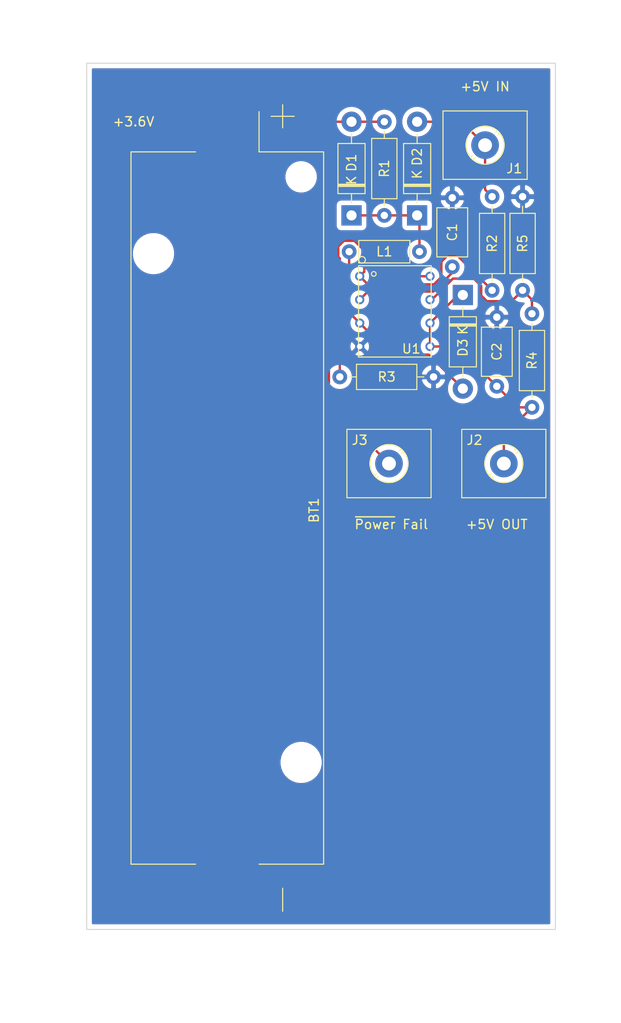
<source format=kicad_pcb>
(kicad_pcb (version 20171130) (host pcbnew "(5.1.8)-1")

  (general
    (thickness 1.6)
    (drawings 8)
    (tracks 62)
    (zones 0)
    (modules 16)
    (nets 11)
  )

  (page A4)
  (title_block
    (title "8.2 - Uninterruptible +5V Supply")
    (date 2020-12-30)
  )

  (layers
    (0 F.Cu signal)
    (31 B.Cu signal)
    (32 B.Adhes user)
    (33 F.Adhes user)
    (34 B.Paste user)
    (35 F.Paste user)
    (36 B.SilkS user)
    (37 F.SilkS user)
    (38 B.Mask user)
    (39 F.Mask user)
    (40 Dwgs.User user)
    (41 Cmts.User user)
    (42 Eco1.User user)
    (43 Eco2.User user)
    (44 Edge.Cuts user)
    (45 Margin user)
    (46 B.CrtYd user)
    (47 F.CrtYd user)
    (48 B.Fab user)
    (49 F.Fab user hide)
  )

  (setup
    (last_trace_width 0.254)
    (trace_clearance 0.254)
    (zone_clearance 0.508)
    (zone_45_only no)
    (trace_min 0.1524)
    (via_size 0.508)
    (via_drill 0.254)
    (via_min_size 0.508)
    (via_min_drill 0.254)
    (uvia_size 0.508)
    (uvia_drill 0.254)
    (uvias_allowed no)
    (uvia_min_size 0.508)
    (uvia_min_drill 0.254)
    (edge_width 0.05)
    (segment_width 0.2)
    (pcb_text_width 0.3)
    (pcb_text_size 1.5 1.5)
    (mod_edge_width 0.12)
    (mod_text_size 1 1)
    (mod_text_width 0.15)
    (pad_size 1.524 1.524)
    (pad_drill 0.762)
    (pad_to_mask_clearance 0.0508)
    (aux_axis_origin 0 0)
    (visible_elements 7FFFFFFF)
    (pcbplotparams
      (layerselection 0x010fc_ffffffff)
      (usegerberextensions false)
      (usegerberattributes true)
      (usegerberadvancedattributes true)
      (creategerberjobfile true)
      (excludeedgelayer true)
      (linewidth 0.100000)
      (plotframeref false)
      (viasonmask false)
      (mode 1)
      (useauxorigin false)
      (hpglpennumber 1)
      (hpglpenspeed 20)
      (hpglpendiameter 15.000000)
      (psnegative false)
      (psa4output false)
      (plotreference true)
      (plotvalue true)
      (plotinvisibletext false)
      (padsonsilk false)
      (subtractmaskfromsilk false)
      (outputformat 1)
      (mirror false)
      (drillshape 1)
      (scaleselection 1)
      (outputdirectory ""))
  )

  (net 0 "")
  (net 1 "Net-(BT1-Pad1)")
  (net 2 GND)
  (net 3 "Net-(C1-Pad1)")
  (net 4 "Net-(C2-Pad1)")
  (net 5 "Net-(D1-Pad1)")
  (net 6 "Net-(D2-Pad2)")
  (net 7 "Net-(D3-Pad2)")
  (net 8 "Net-(J3-Pad1)")
  (net 9 "Net-(R2-Pad2)")
  (net 10 "Net-(R4-Pad2)")

  (net_class Default "This is the default net class."
    (clearance 0.254)
    (trace_width 0.254)
    (via_dia 0.508)
    (via_drill 0.254)
    (uvia_dia 0.508)
    (uvia_drill 0.254)
    (add_net GND)
    (add_net "Net-(BT1-Pad1)")
    (add_net "Net-(C1-Pad1)")
    (add_net "Net-(C2-Pad1)")
    (add_net "Net-(D1-Pad1)")
    (add_net "Net-(D2-Pad2)")
    (add_net "Net-(D3-Pad2)")
    (add_net "Net-(J3-Pad1)")
    (add_net "Net-(R2-Pad2)")
    (add_net "Net-(R4-Pad2)")
  )

  (net_class Power ""
    (clearance 0.254)
    (trace_width 0.762)
    (via_dia 0.508)
    (via_drill 0.254)
    (uvia_dia 0.508)
    (uvia_drill 0.254)
  )

  (module Battery:BatteryHolder_Keystone_1042_1x18650 (layer F.Cu) (tedit 5A033499) (tstamp 5FEF81C2)
    (at 129.54 95.25 270)
    (descr "Battery holder for 18650 cylindrical cells http://www.keyelco.com/product.cfm/product_id/918")
    (tags "18650 Keystone 1042 Li-ion")
    (path /5FED04C0)
    (attr smd)
    (fp_text reference BT1 (at 0.254 -9.398 90) (layer F.SilkS)
      (effects (font (size 1 1) (thickness 0.15)))
    )
    (fp_text value 3.6V (at 0 11.3 90) (layer F.Fab)
      (effects (font (size 1 1) (thickness 0.15)))
    )
    (fp_line (start -42.5 -4.75) (end -42.5 -7.25) (layer F.SilkS) (width 0.12))
    (fp_line (start -43.75 -6) (end -41.25 -6) (layer F.SilkS) (width 0.12))
    (fp_line (start -39.03 3.68) (end -43.5 3.68) (layer F.CrtYd) (width 0.05))
    (fp_line (start -43.5 3.68) (end -43.5 -3.68) (layer F.CrtYd) (width 0.05))
    (fp_line (start -43.5 -3.68) (end -39.03 -3.68) (layer F.CrtYd) (width 0.05))
    (fp_line (start 43.5 -3.68) (end 39.03 -3.68) (layer F.CrtYd) (width 0.05))
    (fp_line (start 39.03 3.68) (end 43.5 3.68) (layer F.CrtYd) (width 0.05))
    (fp_line (start -39.03 -10.83) (end -39.03 -3.68) (layer F.CrtYd) (width 0.05))
    (fp_line (start -39.03 10.83) (end -39.03 3.68) (layer F.CrtYd) (width 0.05))
    (fp_line (start 39.03 -10.83) (end 39.03 -3.68) (layer F.CrtYd) (width 0.05))
    (fp_line (start -39.03 -10.83) (end 39.03 -10.83) (layer F.CrtYd) (width 0.05))
    (fp_line (start -39.03 10.83) (end 39.03 10.83) (layer F.CrtYd) (width 0.05))
    (fp_line (start 38.53 -10.33) (end 38.53 10.33) (layer F.Fab) (width 0.1))
    (fp_line (start -33.3675 -10.33) (end 38.53 -10.33) (layer F.Fab) (width 0.1))
    (fp_line (start 43.75 -6) (end 41.25 -6) (layer F.SilkS) (width 0.12))
    (fp_line (start -38.53 -5.1675) (end -38.53 10.33) (layer F.Fab) (width 0.1))
    (fp_line (start -38.53 10.33) (end 38.53 10.33) (layer F.Fab) (width 0.1))
    (fp_line (start 38.64 -3.44) (end 38.64 -10.42) (layer F.SilkS) (width 0.12))
    (fp_line (start 38.64 -10.44) (end -38.64 -10.44) (layer F.SilkS) (width 0.12))
    (fp_line (start -38.64 -10.44) (end -38.64 -3.44) (layer F.SilkS) (width 0.12))
    (fp_line (start 38.64 3.44) (end 38.64 10.44) (layer F.SilkS) (width 0.12))
    (fp_line (start 38.64 10.44) (end -38.64 10.44) (layer F.SilkS) (width 0.12))
    (fp_line (start -38.64 10.44) (end -38.64 3.44) (layer F.SilkS) (width 0.12))
    (fp_line (start 39.03 10.83) (end 39.03 3.68) (layer F.CrtYd) (width 0.05))
    (fp_line (start 43.5 3.68) (end 43.5 -3.68) (layer F.CrtYd) (width 0.05))
    (fp_line (start -38.64 -3.44) (end -43 -3.44) (layer F.SilkS) (width 0.12))
    (fp_line (start -33.3675 -10.33) (end -38.53 -5.1675) (layer F.Fab) (width 0.1))
    (fp_text user %R (at 0 0 90) (layer F.Fab)
      (effects (font (size 1 1) (thickness 0.15)))
    )
    (pad 1 smd rect (at -39.33 0 270) (size 7.34 6.35) (layers F.Cu F.Paste F.Mask)
      (net 1 "Net-(BT1-Pad1)"))
    (pad 2 smd rect (at 39.33 0 270) (size 7.34 6.35) (layers F.Cu F.Paste F.Mask)
      (net 2 GND))
    (pad "" np_thru_hole circle (at 27.6 -8 270) (size 3.45 3.45) (drill 3.45) (layers *.Cu *.Mask))
    (pad "" np_thru_hole circle (at -27.6 8 270) (size 3.45 3.45) (drill 3.45) (layers *.Cu *.Mask))
    (pad "" np_thru_hole circle (at -35.93 -8 270) (size 2.39 2.39) (drill 2.39) (layers *.Cu *.Mask))
    (model ${KISYS3DMOD}/Battery.3dshapes/BatteryHolder_Keystone_1042_1x18650.wrl
      (at (xyz 0 0 0))
      (scale (xyz 1 1 1))
      (rotate (xyz 0 0 0))
    )
  )

  (module Capacitor_THT:C_Axial_L5.1mm_D3.1mm_P7.50mm_Horizontal (layer F.Cu) (tedit 5AE50EF0) (tstamp 5FEF80B2)
    (at 153.924 69.088 90)
    (descr "C, Axial series, Axial, Horizontal, pin pitch=7.5mm, , length*diameter=5.1*3.1mm^2, http://www.vishay.com/docs/45231/arseries.pdf")
    (tags "C Axial series Axial Horizontal pin pitch 7.5mm  length 5.1mm diameter 3.1mm")
    (path /5FED3C4E)
    (fp_text reference C1 (at 3.75 0 90) (layer F.SilkS)
      (effects (font (size 1 1) (thickness 0.15)))
    )
    (fp_text value 47pF (at 3.75 2.67 90) (layer F.Fab)
      (effects (font (size 1 1) (thickness 0.15)))
    )
    (fp_line (start 8.55 -1.8) (end -1.05 -1.8) (layer F.CrtYd) (width 0.05))
    (fp_line (start 8.55 1.8) (end 8.55 -1.8) (layer F.CrtYd) (width 0.05))
    (fp_line (start -1.05 1.8) (end 8.55 1.8) (layer F.CrtYd) (width 0.05))
    (fp_line (start -1.05 -1.8) (end -1.05 1.8) (layer F.CrtYd) (width 0.05))
    (fp_line (start 6.46 0) (end 6.42 0) (layer F.SilkS) (width 0.12))
    (fp_line (start 1.04 0) (end 1.08 0) (layer F.SilkS) (width 0.12))
    (fp_line (start 6.42 -1.67) (end 1.08 -1.67) (layer F.SilkS) (width 0.12))
    (fp_line (start 6.42 1.67) (end 6.42 -1.67) (layer F.SilkS) (width 0.12))
    (fp_line (start 1.08 1.67) (end 6.42 1.67) (layer F.SilkS) (width 0.12))
    (fp_line (start 1.08 -1.67) (end 1.08 1.67) (layer F.SilkS) (width 0.12))
    (fp_line (start 7.5 0) (end 6.3 0) (layer F.Fab) (width 0.1))
    (fp_line (start 0 0) (end 1.2 0) (layer F.Fab) (width 0.1))
    (fp_line (start 6.3 -1.55) (end 1.2 -1.55) (layer F.Fab) (width 0.1))
    (fp_line (start 6.3 1.55) (end 6.3 -1.55) (layer F.Fab) (width 0.1))
    (fp_line (start 1.2 1.55) (end 6.3 1.55) (layer F.Fab) (width 0.1))
    (fp_line (start 1.2 -1.55) (end 1.2 1.55) (layer F.Fab) (width 0.1))
    (fp_text user %R (at 3.75 0 90) (layer F.Fab)
      (effects (font (size 1 1) (thickness 0.15)))
    )
    (pad 1 thru_hole circle (at 0 0 90) (size 1.6 1.6) (drill 0.8) (layers *.Cu *.Mask)
      (net 3 "Net-(C1-Pad1)"))
    (pad 2 thru_hole oval (at 7.5 0 90) (size 1.6 1.6) (drill 0.8) (layers *.Cu *.Mask)
      (net 2 GND))
    (model ${KISYS3DMOD}/Capacitor_THT.3dshapes/C_Axial_L5.1mm_D3.1mm_P7.50mm_Horizontal.wrl
      (at (xyz 0 0 0))
      (scale (xyz 1 1 1))
      (rotate (xyz 0 0 0))
    )
  )

  (module Capacitor_THT:C_Axial_L5.1mm_D3.1mm_P7.50mm_Horizontal (layer F.Cu) (tedit 5AE50EF0) (tstamp 5FEF835B)
    (at 158.75 82.042 90)
    (descr "C, Axial series, Axial, Horizontal, pin pitch=7.5mm, , length*diameter=5.1*3.1mm^2, http://www.vishay.com/docs/45231/arseries.pdf")
    (tags "C Axial series Axial Horizontal pin pitch 7.5mm  length 5.1mm diameter 3.1mm")
    (path /5FEFBEB9)
    (fp_text reference C2 (at 3.75 0 90) (layer F.SilkS)
      (effects (font (size 1 1) (thickness 0.15)))
    )
    (fp_text value 470uF (at 3.75 2.67 90) (layer F.Fab)
      (effects (font (size 1 1) (thickness 0.15)))
    )
    (fp_line (start 1.2 -1.55) (end 1.2 1.55) (layer F.Fab) (width 0.1))
    (fp_line (start 1.2 1.55) (end 6.3 1.55) (layer F.Fab) (width 0.1))
    (fp_line (start 6.3 1.55) (end 6.3 -1.55) (layer F.Fab) (width 0.1))
    (fp_line (start 6.3 -1.55) (end 1.2 -1.55) (layer F.Fab) (width 0.1))
    (fp_line (start 0 0) (end 1.2 0) (layer F.Fab) (width 0.1))
    (fp_line (start 7.5 0) (end 6.3 0) (layer F.Fab) (width 0.1))
    (fp_line (start 1.08 -1.67) (end 1.08 1.67) (layer F.SilkS) (width 0.12))
    (fp_line (start 1.08 1.67) (end 6.42 1.67) (layer F.SilkS) (width 0.12))
    (fp_line (start 6.42 1.67) (end 6.42 -1.67) (layer F.SilkS) (width 0.12))
    (fp_line (start 6.42 -1.67) (end 1.08 -1.67) (layer F.SilkS) (width 0.12))
    (fp_line (start 1.04 0) (end 1.08 0) (layer F.SilkS) (width 0.12))
    (fp_line (start 6.46 0) (end 6.42 0) (layer F.SilkS) (width 0.12))
    (fp_line (start -1.05 -1.8) (end -1.05 1.8) (layer F.CrtYd) (width 0.05))
    (fp_line (start -1.05 1.8) (end 8.55 1.8) (layer F.CrtYd) (width 0.05))
    (fp_line (start 8.55 1.8) (end 8.55 -1.8) (layer F.CrtYd) (width 0.05))
    (fp_line (start 8.55 -1.8) (end -1.05 -1.8) (layer F.CrtYd) (width 0.05))
    (fp_text user %R (at 3.75 0 90) (layer F.Fab)
      (effects (font (size 1 1) (thickness 0.15)))
    )
    (pad 2 thru_hole oval (at 7.5 0 90) (size 1.6 1.6) (drill 0.8) (layers *.Cu *.Mask)
      (net 2 GND))
    (pad 1 thru_hole circle (at 0 0 90) (size 1.6 1.6) (drill 0.8) (layers *.Cu *.Mask)
      (net 4 "Net-(C2-Pad1)"))
    (model ${KISYS3DMOD}/Capacitor_THT.3dshapes/C_Axial_L5.1mm_D3.1mm_P7.50mm_Horizontal.wrl
      (at (xyz 0 0 0))
      (scale (xyz 1 1 1))
      (rotate (xyz 0 0 0))
    )
  )

  (module Diode_THT:D_DO-41_SOD81_P10.16mm_Horizontal (layer F.Cu) (tedit 5AE50CD5) (tstamp 5FEF8060)
    (at 143.002 63.5 90)
    (descr "Diode, DO-41_SOD81 series, Axial, Horizontal, pin pitch=10.16mm, , length*diameter=5.2*2.7mm^2, , http://www.diodes.com/_files/packages/DO-41%20(Plastic).pdf")
    (tags "Diode DO-41_SOD81 series Axial Horizontal pin pitch 10.16mm  length 5.2mm diameter 2.7mm")
    (path /5FED5F27)
    (fp_text reference D1 (at 5.715 0 90) (layer F.SilkS)
      (effects (font (size 1 1) (thickness 0.15)))
    )
    (fp_text value 1N5817 (at 5.08 2.47 90) (layer F.Fab)
      (effects (font (size 1 1) (thickness 0.15)))
    )
    (fp_line (start 11.51 -1.6) (end -1.35 -1.6) (layer F.CrtYd) (width 0.05))
    (fp_line (start 11.51 1.6) (end 11.51 -1.6) (layer F.CrtYd) (width 0.05))
    (fp_line (start -1.35 1.6) (end 11.51 1.6) (layer F.CrtYd) (width 0.05))
    (fp_line (start -1.35 -1.6) (end -1.35 1.6) (layer F.CrtYd) (width 0.05))
    (fp_line (start 3.14 -1.47) (end 3.14 1.47) (layer F.SilkS) (width 0.12))
    (fp_line (start 3.38 -1.47) (end 3.38 1.47) (layer F.SilkS) (width 0.12))
    (fp_line (start 3.26 -1.47) (end 3.26 1.47) (layer F.SilkS) (width 0.12))
    (fp_line (start 8.82 0) (end 7.8 0) (layer F.SilkS) (width 0.12))
    (fp_line (start 1.34 0) (end 2.36 0) (layer F.SilkS) (width 0.12))
    (fp_line (start 7.8 -1.47) (end 2.36 -1.47) (layer F.SilkS) (width 0.12))
    (fp_line (start 7.8 1.47) (end 7.8 -1.47) (layer F.SilkS) (width 0.12))
    (fp_line (start 2.36 1.47) (end 7.8 1.47) (layer F.SilkS) (width 0.12))
    (fp_line (start 2.36 -1.47) (end 2.36 1.47) (layer F.SilkS) (width 0.12))
    (fp_line (start 3.16 -1.35) (end 3.16 1.35) (layer F.Fab) (width 0.1))
    (fp_line (start 3.36 -1.35) (end 3.36 1.35) (layer F.Fab) (width 0.1))
    (fp_line (start 3.26 -1.35) (end 3.26 1.35) (layer F.Fab) (width 0.1))
    (fp_line (start 10.16 0) (end 7.68 0) (layer F.Fab) (width 0.1))
    (fp_line (start 0 0) (end 2.48 0) (layer F.Fab) (width 0.1))
    (fp_line (start 7.68 -1.35) (end 2.48 -1.35) (layer F.Fab) (width 0.1))
    (fp_line (start 7.68 1.35) (end 7.68 -1.35) (layer F.Fab) (width 0.1))
    (fp_line (start 2.48 1.35) (end 7.68 1.35) (layer F.Fab) (width 0.1))
    (fp_line (start 2.48 -1.35) (end 2.48 1.35) (layer F.Fab) (width 0.1))
    (fp_text user %R (at 5.47 0 90) (layer F.Fab)
      (effects (font (size 1 1) (thickness 0.15)))
    )
    (fp_text user K (at 0 -2.1 90) (layer F.Fab)
      (effects (font (size 1 1) (thickness 0.15)))
    )
    (fp_text user K (at 3.81 0 90) (layer F.SilkS)
      (effects (font (size 1 1) (thickness 0.15)))
    )
    (pad 1 thru_hole rect (at 0 0 90) (size 2.2 2.2) (drill 1.1) (layers *.Cu *.Mask)
      (net 5 "Net-(D1-Pad1)"))
    (pad 2 thru_hole oval (at 10.16 0 90) (size 2.2 2.2) (drill 1.1) (layers *.Cu *.Mask)
      (net 1 "Net-(BT1-Pad1)"))
    (model ${KISYS3DMOD}/Diode_THT.3dshapes/D_DO-41_SOD81_P10.16mm_Horizontal.wrl
      (at (xyz 0 0 0))
      (scale (xyz 1 1 1))
      (rotate (xyz 0 0 0))
    )
  )

  (module Diode_THT:D_DO-41_SOD81_P10.16mm_Horizontal (layer F.Cu) (tedit 5AE50CD5) (tstamp 5FEF82BE)
    (at 150.114 63.5 90)
    (descr "Diode, DO-41_SOD81 series, Axial, Horizontal, pin pitch=10.16mm, , length*diameter=5.2*2.7mm^2, , http://www.diodes.com/_files/packages/DO-41%20(Plastic).pdf")
    (tags "Diode DO-41_SOD81 series Axial Horizontal pin pitch 10.16mm  length 5.2mm diameter 2.7mm")
    (path /5FEDF30D)
    (fp_text reference D2 (at 6.35 0 90) (layer F.SilkS)
      (effects (font (size 1 1) (thickness 0.15)))
    )
    (fp_text value 1N4001 (at 5.08 2.47 90) (layer F.Fab)
      (effects (font (size 1 1) (thickness 0.15)))
    )
    (fp_line (start 2.48 -1.35) (end 2.48 1.35) (layer F.Fab) (width 0.1))
    (fp_line (start 2.48 1.35) (end 7.68 1.35) (layer F.Fab) (width 0.1))
    (fp_line (start 7.68 1.35) (end 7.68 -1.35) (layer F.Fab) (width 0.1))
    (fp_line (start 7.68 -1.35) (end 2.48 -1.35) (layer F.Fab) (width 0.1))
    (fp_line (start 0 0) (end 2.48 0) (layer F.Fab) (width 0.1))
    (fp_line (start 10.16 0) (end 7.68 0) (layer F.Fab) (width 0.1))
    (fp_line (start 3.26 -1.35) (end 3.26 1.35) (layer F.Fab) (width 0.1))
    (fp_line (start 3.36 -1.35) (end 3.36 1.35) (layer F.Fab) (width 0.1))
    (fp_line (start 3.16 -1.35) (end 3.16 1.35) (layer F.Fab) (width 0.1))
    (fp_line (start 2.36 -1.47) (end 2.36 1.47) (layer F.SilkS) (width 0.12))
    (fp_line (start 2.36 1.47) (end 7.8 1.47) (layer F.SilkS) (width 0.12))
    (fp_line (start 7.8 1.47) (end 7.8 -1.47) (layer F.SilkS) (width 0.12))
    (fp_line (start 7.8 -1.47) (end 2.36 -1.47) (layer F.SilkS) (width 0.12))
    (fp_line (start 1.34 0) (end 2.36 0) (layer F.SilkS) (width 0.12))
    (fp_line (start 8.82 0) (end 7.8 0) (layer F.SilkS) (width 0.12))
    (fp_line (start 3.26 -1.47) (end 3.26 1.47) (layer F.SilkS) (width 0.12))
    (fp_line (start 3.38 -1.47) (end 3.38 1.47) (layer F.SilkS) (width 0.12))
    (fp_line (start 3.14 -1.47) (end 3.14 1.47) (layer F.SilkS) (width 0.12))
    (fp_line (start -1.35 -1.6) (end -1.35 1.6) (layer F.CrtYd) (width 0.05))
    (fp_line (start -1.35 1.6) (end 11.51 1.6) (layer F.CrtYd) (width 0.05))
    (fp_line (start 11.51 1.6) (end 11.51 -1.6) (layer F.CrtYd) (width 0.05))
    (fp_line (start 11.51 -1.6) (end -1.35 -1.6) (layer F.CrtYd) (width 0.05))
    (fp_text user K (at 4.445 0 90) (layer F.SilkS)
      (effects (font (size 1 1) (thickness 0.15)))
    )
    (fp_text user K (at 0 -2.1 90) (layer F.Fab)
      (effects (font (size 1 1) (thickness 0.15)))
    )
    (fp_text user %R (at 5.47 0 90) (layer F.Fab)
      (effects (font (size 1 1) (thickness 0.15)))
    )
    (pad 2 thru_hole oval (at 10.16 0 90) (size 2.2 2.2) (drill 1.1) (layers *.Cu *.Mask)
      (net 6 "Net-(D2-Pad2)"))
    (pad 1 thru_hole rect (at 0 0 90) (size 2.2 2.2) (drill 1.1) (layers *.Cu *.Mask)
      (net 5 "Net-(D1-Pad1)"))
    (model ${KISYS3DMOD}/Diode_THT.3dshapes/D_DO-41_SOD81_P10.16mm_Horizontal.wrl
      (at (xyz 0 0 0))
      (scale (xyz 1 1 1))
      (rotate (xyz 0 0 0))
    )
  )

  (module Diode_THT:D_DO-41_SOD81_P10.16mm_Horizontal (layer F.Cu) (tedit 5AE50CD5) (tstamp 5FEF8006)
    (at 155.067 72.136 270)
    (descr "Diode, DO-41_SOD81 series, Axial, Horizontal, pin pitch=10.16mm, , length*diameter=5.2*2.7mm^2, , http://www.diodes.com/_files/packages/DO-41%20(Plastic).pdf")
    (tags "Diode DO-41_SOD81 series Axial Horizontal pin pitch 10.16mm  length 5.2mm diameter 2.7mm")
    (path /5FEF26C1)
    (fp_text reference D3 (at 5.715 0 90) (layer F.SilkS)
      (effects (font (size 1 1) (thickness 0.15)))
    )
    (fp_text value 1N5817 (at 5.08 2.47 90) (layer F.Fab)
      (effects (font (size 1 1) (thickness 0.15)))
    )
    (fp_line (start 11.51 -1.6) (end -1.35 -1.6) (layer F.CrtYd) (width 0.05))
    (fp_line (start 11.51 1.6) (end 11.51 -1.6) (layer F.CrtYd) (width 0.05))
    (fp_line (start -1.35 1.6) (end 11.51 1.6) (layer F.CrtYd) (width 0.05))
    (fp_line (start -1.35 -1.6) (end -1.35 1.6) (layer F.CrtYd) (width 0.05))
    (fp_line (start 3.14 -1.47) (end 3.14 1.47) (layer F.SilkS) (width 0.12))
    (fp_line (start 3.38 -1.47) (end 3.38 1.47) (layer F.SilkS) (width 0.12))
    (fp_line (start 3.26 -1.47) (end 3.26 1.47) (layer F.SilkS) (width 0.12))
    (fp_line (start 8.82 0) (end 7.8 0) (layer F.SilkS) (width 0.12))
    (fp_line (start 1.34 0) (end 2.36 0) (layer F.SilkS) (width 0.12))
    (fp_line (start 7.8 -1.47) (end 2.36 -1.47) (layer F.SilkS) (width 0.12))
    (fp_line (start 7.8 1.47) (end 7.8 -1.47) (layer F.SilkS) (width 0.12))
    (fp_line (start 2.36 1.47) (end 7.8 1.47) (layer F.SilkS) (width 0.12))
    (fp_line (start 2.36 -1.47) (end 2.36 1.47) (layer F.SilkS) (width 0.12))
    (fp_line (start 3.16 -1.35) (end 3.16 1.35) (layer F.Fab) (width 0.1))
    (fp_line (start 3.36 -1.35) (end 3.36 1.35) (layer F.Fab) (width 0.1))
    (fp_line (start 3.26 -1.35) (end 3.26 1.35) (layer F.Fab) (width 0.1))
    (fp_line (start 10.16 0) (end 7.68 0) (layer F.Fab) (width 0.1))
    (fp_line (start 0 0) (end 2.48 0) (layer F.Fab) (width 0.1))
    (fp_line (start 7.68 -1.35) (end 2.48 -1.35) (layer F.Fab) (width 0.1))
    (fp_line (start 7.68 1.35) (end 7.68 -1.35) (layer F.Fab) (width 0.1))
    (fp_line (start 2.48 1.35) (end 7.68 1.35) (layer F.Fab) (width 0.1))
    (fp_line (start 2.48 -1.35) (end 2.48 1.35) (layer F.Fab) (width 0.1))
    (fp_text user %R (at 5.47 0 90) (layer F.Fab)
      (effects (font (size 1 1) (thickness 0.15)))
    )
    (fp_text user K (at 0 -2.1 90) (layer F.Fab)
      (effects (font (size 1 1) (thickness 0.15)))
    )
    (fp_text user K (at 3.81 0 90) (layer F.SilkS)
      (effects (font (size 1 1) (thickness 0.15)))
    )
    (pad 1 thru_hole rect (at 0 0 270) (size 2.2 2.2) (drill 1.1) (layers *.Cu *.Mask)
      (net 4 "Net-(C2-Pad1)"))
    (pad 2 thru_hole oval (at 10.16 0 270) (size 2.2 2.2) (drill 1.1) (layers *.Cu *.Mask)
      (net 7 "Net-(D3-Pad2)"))
    (model ${KISYS3DMOD}/Diode_THT.3dshapes/D_DO-41_SOD81_P10.16mm_Horizontal.wrl
      (at (xyz 0 0 0))
      (scale (xyz 1 1 1))
      (rotate (xyz 0 0 0))
    )
  )

  (module TerminalBlock_MetzConnect:TerminalBlock_MetzConnect_360271_1x01_Horizontal_ScrewM3.0_Boxed (layer F.Cu) (tedit 5B294E90) (tstamp 5FEF826E)
    (at 157.48 55.88)
    (descr "single screw terminal block Metz Connect 360271, block size 9x7.3mm^2, drill diamater 1.5mm, 1 pads, pad diameter 3mm, see http://www.metz-connect.com/de/system/files/METZ_CONNECT_U_Contact_Katalog_Anschlusssysteme_fuer_Leiterplatten_DE_31_07_2017_OFF_024803.pdf?language=en page 134, script-generated using https://github.com/pointhi/kicad-footprint-generator/scripts/TerminalBlock_MetzConnect")
    (tags "THT single screw terminal block Metz Connect 360271 size 9x7.3mm^2 drill 1.5mm pad 3mm")
    (path /5FF04C9A)
    (fp_text reference J1 (at 3.175 2.54) (layer F.SilkS)
      (effects (font (size 1 1) (thickness 0.15)))
    )
    (fp_text value Screw_Terminal_01x01 (at 0 4.71) (layer F.Fab)
      (effects (font (size 1 1) (thickness 0.15)))
    )
    (fp_line (start 5 -4.15) (end -5 -4.15) (layer F.CrtYd) (width 0.05))
    (fp_line (start 5 4.15) (end 5 -4.15) (layer F.CrtYd) (width 0.05))
    (fp_line (start -5 4.15) (end 5 4.15) (layer F.CrtYd) (width 0.05))
    (fp_line (start -5 -4.15) (end -5 4.15) (layer F.CrtYd) (width 0.05))
    (fp_line (start 4.56 -3.71) (end 4.56 3.71) (layer F.SilkS) (width 0.12))
    (fp_line (start -4.56 -3.71) (end -4.56 3.71) (layer F.SilkS) (width 0.12))
    (fp_line (start -4.56 3.71) (end 4.56 3.71) (layer F.SilkS) (width 0.12))
    (fp_line (start -4.56 -3.71) (end 4.56 -3.71) (layer F.SilkS) (width 0.12))
    (fp_line (start 4.5 -3.65) (end 4.5 3.65) (layer F.Fab) (width 0.1))
    (fp_line (start -4.5 -3.65) (end -4.5 3.65) (layer F.Fab) (width 0.1))
    (fp_line (start -4.5 3.65) (end 4.5 3.65) (layer F.Fab) (width 0.1))
    (fp_line (start -4.5 -3.65) (end 4.5 -3.65) (layer F.Fab) (width 0.1))
    (fp_line (start -1.376 1.124) (end -1.563 1.311) (layer F.SilkS) (width 0.12))
    (fp_line (start 1.312 -1.563) (end 1.168 -1.419) (layer F.SilkS) (width 0.12))
    (fp_line (start -1.168 1.419) (end -1.312 1.563) (layer F.SilkS) (width 0.12))
    (fp_line (start 1.563 -1.311) (end 1.376 -1.125) (layer F.SilkS) (width 0.12))
    (fp_line (start 1.273 -1.517) (end -1.517 1.273) (layer F.Fab) (width 0.1))
    (fp_line (start 1.517 -1.273) (end -1.273 1.517) (layer F.Fab) (width 0.1))
    (fp_circle (center 0 0) (end 2.06 0) (layer F.SilkS) (width 0.12))
    (fp_circle (center 0 0) (end 2 0) (layer F.Fab) (width 0.1))
    (fp_text user %R (at 0 -4.71) (layer F.Fab)
      (effects (font (size 1 1) (thickness 0.15)))
    )
    (pad 1 thru_hole circle (at 0 0) (size 3 3) (drill 1.5) (layers *.Cu *.Mask)
      (net 6 "Net-(D2-Pad2)"))
    (model ${KISYS3DMOD}/TerminalBlock_MetzConnect.3dshapes/TerminalBlock_MetzConnect_360271_1x01_Horizontal_ScrewM3.0_Boxed.wrl
      (at (xyz 0 0 0))
      (scale (xyz 1 1 1))
      (rotate (xyz 0 0 0))
    )
  )

  (module TerminalBlock_MetzConnect:TerminalBlock_MetzConnect_360271_1x01_Horizontal_ScrewM3.0_Boxed (layer F.Cu) (tedit 5B294E90) (tstamp 5FEF8313)
    (at 159.512 90.424)
    (descr "single screw terminal block Metz Connect 360271, block size 9x7.3mm^2, drill diamater 1.5mm, 1 pads, pad diameter 3mm, see http://www.metz-connect.com/de/system/files/METZ_CONNECT_U_Contact_Katalog_Anschlusssysteme_fuer_Leiterplatten_DE_31_07_2017_OFF_024803.pdf?language=en page 134, script-generated using https://github.com/pointhi/kicad-footprint-generator/scripts/TerminalBlock_MetzConnect")
    (tags "THT single screw terminal block Metz Connect 360271 size 9x7.3mm^2 drill 1.5mm pad 3mm")
    (path /5FF01C83)
    (fp_text reference J2 (at -3.175 -2.54) (layer F.SilkS)
      (effects (font (size 1 1) (thickness 0.15)))
    )
    (fp_text value Screw_Terminal_01x01 (at 0 4.71) (layer F.Fab)
      (effects (font (size 1 1) (thickness 0.15)))
    )
    (fp_circle (center 0 0) (end 2 0) (layer F.Fab) (width 0.1))
    (fp_circle (center 0 0) (end 2.06 0) (layer F.SilkS) (width 0.12))
    (fp_line (start 1.517 -1.273) (end -1.273 1.517) (layer F.Fab) (width 0.1))
    (fp_line (start 1.273 -1.517) (end -1.517 1.273) (layer F.Fab) (width 0.1))
    (fp_line (start 1.563 -1.311) (end 1.376 -1.125) (layer F.SilkS) (width 0.12))
    (fp_line (start -1.168 1.419) (end -1.312 1.563) (layer F.SilkS) (width 0.12))
    (fp_line (start 1.312 -1.563) (end 1.168 -1.419) (layer F.SilkS) (width 0.12))
    (fp_line (start -1.376 1.124) (end -1.563 1.311) (layer F.SilkS) (width 0.12))
    (fp_line (start -4.5 -3.65) (end 4.5 -3.65) (layer F.Fab) (width 0.1))
    (fp_line (start -4.5 3.65) (end 4.5 3.65) (layer F.Fab) (width 0.1))
    (fp_line (start -4.5 -3.65) (end -4.5 3.65) (layer F.Fab) (width 0.1))
    (fp_line (start 4.5 -3.65) (end 4.5 3.65) (layer F.Fab) (width 0.1))
    (fp_line (start -4.56 -3.71) (end 4.56 -3.71) (layer F.SilkS) (width 0.12))
    (fp_line (start -4.56 3.71) (end 4.56 3.71) (layer F.SilkS) (width 0.12))
    (fp_line (start -4.56 -3.71) (end -4.56 3.71) (layer F.SilkS) (width 0.12))
    (fp_line (start 4.56 -3.71) (end 4.56 3.71) (layer F.SilkS) (width 0.12))
    (fp_line (start -5 -4.15) (end -5 4.15) (layer F.CrtYd) (width 0.05))
    (fp_line (start -5 4.15) (end 5 4.15) (layer F.CrtYd) (width 0.05))
    (fp_line (start 5 4.15) (end 5 -4.15) (layer F.CrtYd) (width 0.05))
    (fp_line (start 5 -4.15) (end -5 -4.15) (layer F.CrtYd) (width 0.05))
    (fp_text user %R (at 0 -4.71) (layer F.Fab)
      (effects (font (size 1 1) (thickness 0.15)))
    )
    (pad 1 thru_hole circle (at 0 0) (size 3 3) (drill 1.5) (layers *.Cu *.Mask)
      (net 4 "Net-(C2-Pad1)"))
    (model ${KISYS3DMOD}/TerminalBlock_MetzConnect.3dshapes/TerminalBlock_MetzConnect_360271_1x01_Horizontal_ScrewM3.0_Boxed.wrl
      (at (xyz 0 0 0))
      (scale (xyz 1 1 1))
      (rotate (xyz 0 0 0))
    )
  )

  (module TerminalBlock_MetzConnect:TerminalBlock_MetzConnect_360271_1x01_Horizontal_ScrewM3.0_Boxed (layer F.Cu) (tedit 5B294E90) (tstamp 5FEF8223)
    (at 147.066 90.424)
    (descr "single screw terminal block Metz Connect 360271, block size 9x7.3mm^2, drill diamater 1.5mm, 1 pads, pad diameter 3mm, see http://www.metz-connect.com/de/system/files/METZ_CONNECT_U_Contact_Katalog_Anschlusssysteme_fuer_Leiterplatten_DE_31_07_2017_OFF_024803.pdf?language=en page 134, script-generated using https://github.com/pointhi/kicad-footprint-generator/scripts/TerminalBlock_MetzConnect")
    (tags "THT single screw terminal block Metz Connect 360271 size 9x7.3mm^2 drill 1.5mm pad 3mm")
    (path /5FF012C7)
    (fp_text reference J3 (at -3.175 -2.54) (layer F.SilkS)
      (effects (font (size 1 1) (thickness 0.15)))
    )
    (fp_text value Screw_Terminal_01x01 (at 0 4.71) (layer F.Fab)
      (effects (font (size 1 1) (thickness 0.15)))
    )
    (fp_line (start 5 -4.15) (end -5 -4.15) (layer F.CrtYd) (width 0.05))
    (fp_line (start 5 4.15) (end 5 -4.15) (layer F.CrtYd) (width 0.05))
    (fp_line (start -5 4.15) (end 5 4.15) (layer F.CrtYd) (width 0.05))
    (fp_line (start -5 -4.15) (end -5 4.15) (layer F.CrtYd) (width 0.05))
    (fp_line (start 4.56 -3.71) (end 4.56 3.71) (layer F.SilkS) (width 0.12))
    (fp_line (start -4.56 -3.71) (end -4.56 3.71) (layer F.SilkS) (width 0.12))
    (fp_line (start -4.56 3.71) (end 4.56 3.71) (layer F.SilkS) (width 0.12))
    (fp_line (start -4.56 -3.71) (end 4.56 -3.71) (layer F.SilkS) (width 0.12))
    (fp_line (start 4.5 -3.65) (end 4.5 3.65) (layer F.Fab) (width 0.1))
    (fp_line (start -4.5 -3.65) (end -4.5 3.65) (layer F.Fab) (width 0.1))
    (fp_line (start -4.5 3.65) (end 4.5 3.65) (layer F.Fab) (width 0.1))
    (fp_line (start -4.5 -3.65) (end 4.5 -3.65) (layer F.Fab) (width 0.1))
    (fp_line (start -1.376 1.124) (end -1.563 1.311) (layer F.SilkS) (width 0.12))
    (fp_line (start 1.312 -1.563) (end 1.168 -1.419) (layer F.SilkS) (width 0.12))
    (fp_line (start -1.168 1.419) (end -1.312 1.563) (layer F.SilkS) (width 0.12))
    (fp_line (start 1.563 -1.311) (end 1.376 -1.125) (layer F.SilkS) (width 0.12))
    (fp_line (start 1.273 -1.517) (end -1.517 1.273) (layer F.Fab) (width 0.1))
    (fp_line (start 1.517 -1.273) (end -1.273 1.517) (layer F.Fab) (width 0.1))
    (fp_circle (center 0 0) (end 2.06 0) (layer F.SilkS) (width 0.12))
    (fp_circle (center 0 0) (end 2 0) (layer F.Fab) (width 0.1))
    (fp_text user %R (at 0 -4.71) (layer F.Fab)
      (effects (font (size 1 1) (thickness 0.15)))
    )
    (pad 1 thru_hole circle (at 0 0) (size 3 3) (drill 1.5) (layers *.Cu *.Mask)
      (net 8 "Net-(J3-Pad1)"))
    (model ${KISYS3DMOD}/TerminalBlock_MetzConnect.3dshapes/TerminalBlock_MetzConnect_360271_1x01_Horizontal_ScrewM3.0_Boxed.wrl
      (at (xyz 0 0 0))
      (scale (xyz 1 1 1))
      (rotate (xyz 0 0 0))
    )
  )

  (module Inductor_THT:L_Axial_L5.3mm_D2.2mm_P7.62mm_Horizontal_Vishay_IM-1 (layer F.Cu) (tedit 5AE59B05) (tstamp 5FEF8176)
    (at 150.368 67.437 180)
    (descr "Inductor, Axial series, Axial, Horizontal, pin pitch=7.62mm, , length*diameter=5.3*2.2mm^2, Vishay, IM-1, http://www.vishay.com/docs/34030/im.pdf")
    (tags "Inductor Axial series Axial Horizontal pin pitch 7.62mm  length 5.3mm diameter 2.2mm Vishay IM-1")
    (path /5FEE03EC)
    (fp_text reference L1 (at 3.81 0) (layer F.SilkS)
      (effects (font (size 1 1) (thickness 0.15)))
    )
    (fp_text value 470uH (at 3.81 2.22) (layer F.Fab)
      (effects (font (size 1 1) (thickness 0.15)))
    )
    (fp_line (start 8.67 -1.35) (end -1.05 -1.35) (layer F.CrtYd) (width 0.05))
    (fp_line (start 8.67 1.35) (end 8.67 -1.35) (layer F.CrtYd) (width 0.05))
    (fp_line (start -1.05 1.35) (end 8.67 1.35) (layer F.CrtYd) (width 0.05))
    (fp_line (start -1.05 -1.35) (end -1.05 1.35) (layer F.CrtYd) (width 0.05))
    (fp_line (start 6.58 -1.22) (end 1.04 -1.22) (layer F.SilkS) (width 0.12))
    (fp_line (start 6.58 1.22) (end 6.58 -1.22) (layer F.SilkS) (width 0.12))
    (fp_line (start 1.04 1.22) (end 6.58 1.22) (layer F.SilkS) (width 0.12))
    (fp_line (start 1.04 -1.22) (end 1.04 1.22) (layer F.SilkS) (width 0.12))
    (fp_line (start 7.62 0) (end 6.46 0) (layer F.Fab) (width 0.1))
    (fp_line (start 0 0) (end 1.16 0) (layer F.Fab) (width 0.1))
    (fp_line (start 6.46 -1.1) (end 1.16 -1.1) (layer F.Fab) (width 0.1))
    (fp_line (start 6.46 1.1) (end 6.46 -1.1) (layer F.Fab) (width 0.1))
    (fp_line (start 1.16 1.1) (end 6.46 1.1) (layer F.Fab) (width 0.1))
    (fp_line (start 1.16 -1.1) (end 1.16 1.1) (layer F.Fab) (width 0.1))
    (fp_text user %R (at 3.81 0) (layer F.Fab)
      (effects (font (size 1 1) (thickness 0.15)))
    )
    (pad 1 thru_hole circle (at 0 0 180) (size 1.6 1.6) (drill 0.8) (layers *.Cu *.Mask)
      (net 5 "Net-(D1-Pad1)"))
    (pad 2 thru_hole oval (at 7.62 0 180) (size 1.6 1.6) (drill 0.8) (layers *.Cu *.Mask)
      (net 7 "Net-(D3-Pad2)"))
    (model ${KISYS3DMOD}/Inductor_THT.3dshapes/L_Axial_L5.3mm_D2.2mm_P7.62mm_Horizontal_Vishay_IM-1.wrl
      (at (xyz 0 0 0))
      (scale (xyz 1 1 1))
      (rotate (xyz 0 0 0))
    )
  )

  (module Resistor_THT:R_Axial_DIN0207_L6.3mm_D2.5mm_P10.16mm_Horizontal (layer F.Cu) (tedit 5AE5139B) (tstamp 5FEF8136)
    (at 146.558 63.5 90)
    (descr "Resistor, Axial_DIN0207 series, Axial, Horizontal, pin pitch=10.16mm, 0.25W = 1/4W, length*diameter=6.3*2.5mm^2, http://cdn-reichelt.de/documents/datenblatt/B400/1_4W%23YAG.pdf")
    (tags "Resistor Axial_DIN0207 series Axial Horizontal pin pitch 10.16mm 0.25W = 1/4W length 6.3mm diameter 2.5mm")
    (path /5FED65B8)
    (fp_text reference R1 (at 5.08 0 90) (layer F.SilkS)
      (effects (font (size 1 1) (thickness 0.15)))
    )
    (fp_text value 680 (at 5.08 2.37 90) (layer F.Fab)
      (effects (font (size 1 1) (thickness 0.15)))
    )
    (fp_line (start 11.21 -1.5) (end -1.05 -1.5) (layer F.CrtYd) (width 0.05))
    (fp_line (start 11.21 1.5) (end 11.21 -1.5) (layer F.CrtYd) (width 0.05))
    (fp_line (start -1.05 1.5) (end 11.21 1.5) (layer F.CrtYd) (width 0.05))
    (fp_line (start -1.05 -1.5) (end -1.05 1.5) (layer F.CrtYd) (width 0.05))
    (fp_line (start 9.12 0) (end 8.35 0) (layer F.SilkS) (width 0.12))
    (fp_line (start 1.04 0) (end 1.81 0) (layer F.SilkS) (width 0.12))
    (fp_line (start 8.35 -1.37) (end 1.81 -1.37) (layer F.SilkS) (width 0.12))
    (fp_line (start 8.35 1.37) (end 8.35 -1.37) (layer F.SilkS) (width 0.12))
    (fp_line (start 1.81 1.37) (end 8.35 1.37) (layer F.SilkS) (width 0.12))
    (fp_line (start 1.81 -1.37) (end 1.81 1.37) (layer F.SilkS) (width 0.12))
    (fp_line (start 10.16 0) (end 8.23 0) (layer F.Fab) (width 0.1))
    (fp_line (start 0 0) (end 1.93 0) (layer F.Fab) (width 0.1))
    (fp_line (start 8.23 -1.25) (end 1.93 -1.25) (layer F.Fab) (width 0.1))
    (fp_line (start 8.23 1.25) (end 8.23 -1.25) (layer F.Fab) (width 0.1))
    (fp_line (start 1.93 1.25) (end 8.23 1.25) (layer F.Fab) (width 0.1))
    (fp_line (start 1.93 -1.25) (end 1.93 1.25) (layer F.Fab) (width 0.1))
    (fp_text user %R (at 5.08 0 90) (layer F.Fab)
      (effects (font (size 1 1) (thickness 0.15)))
    )
    (pad 1 thru_hole circle (at 0 0 90) (size 1.6 1.6) (drill 0.8) (layers *.Cu *.Mask)
      (net 5 "Net-(D1-Pad1)"))
    (pad 2 thru_hole oval (at 10.16 0 90) (size 1.6 1.6) (drill 0.8) (layers *.Cu *.Mask)
      (net 1 "Net-(BT1-Pad1)"))
    (model ${KISYS3DMOD}/Resistor_THT.3dshapes/R_Axial_DIN0207_L6.3mm_D2.5mm_P10.16mm_Horizontal.wrl
      (at (xyz 0 0 0))
      (scale (xyz 1 1 1))
      (rotate (xyz 0 0 0))
    )
  )

  (module Resistor_THT:R_Axial_DIN0207_L6.3mm_D2.5mm_P10.16mm_Horizontal (layer F.Cu) (tedit 5AE5139B) (tstamp 5FEF80F4)
    (at 158.242 61.468 270)
    (descr "Resistor, Axial_DIN0207 series, Axial, Horizontal, pin pitch=10.16mm, 0.25W = 1/4W, length*diameter=6.3*2.5mm^2, http://cdn-reichelt.de/documents/datenblatt/B400/1_4W%23YAG.pdf")
    (tags "Resistor Axial_DIN0207 series Axial Horizontal pin pitch 10.16mm 0.25W = 1/4W length 6.3mm diameter 2.5mm")
    (path /5FEDA40E)
    (fp_text reference R2 (at 5.08 0 90) (layer F.SilkS)
      (effects (font (size 1 1) (thickness 0.15)))
    )
    (fp_text value 200k (at 5.08 2.37 90) (layer F.Fab)
      (effects (font (size 1 1) (thickness 0.15)))
    )
    (fp_line (start 11.21 -1.5) (end -1.05 -1.5) (layer F.CrtYd) (width 0.05))
    (fp_line (start 11.21 1.5) (end 11.21 -1.5) (layer F.CrtYd) (width 0.05))
    (fp_line (start -1.05 1.5) (end 11.21 1.5) (layer F.CrtYd) (width 0.05))
    (fp_line (start -1.05 -1.5) (end -1.05 1.5) (layer F.CrtYd) (width 0.05))
    (fp_line (start 9.12 0) (end 8.35 0) (layer F.SilkS) (width 0.12))
    (fp_line (start 1.04 0) (end 1.81 0) (layer F.SilkS) (width 0.12))
    (fp_line (start 8.35 -1.37) (end 1.81 -1.37) (layer F.SilkS) (width 0.12))
    (fp_line (start 8.35 1.37) (end 8.35 -1.37) (layer F.SilkS) (width 0.12))
    (fp_line (start 1.81 1.37) (end 8.35 1.37) (layer F.SilkS) (width 0.12))
    (fp_line (start 1.81 -1.37) (end 1.81 1.37) (layer F.SilkS) (width 0.12))
    (fp_line (start 10.16 0) (end 8.23 0) (layer F.Fab) (width 0.1))
    (fp_line (start 0 0) (end 1.93 0) (layer F.Fab) (width 0.1))
    (fp_line (start 8.23 -1.25) (end 1.93 -1.25) (layer F.Fab) (width 0.1))
    (fp_line (start 8.23 1.25) (end 8.23 -1.25) (layer F.Fab) (width 0.1))
    (fp_line (start 1.93 1.25) (end 8.23 1.25) (layer F.Fab) (width 0.1))
    (fp_line (start 1.93 -1.25) (end 1.93 1.25) (layer F.Fab) (width 0.1))
    (fp_text user %R (at 5.08 0 90) (layer F.Fab)
      (effects (font (size 1 1) (thickness 0.15)))
    )
    (pad 1 thru_hole circle (at 0 0 270) (size 1.6 1.6) (drill 0.8) (layers *.Cu *.Mask)
      (net 6 "Net-(D2-Pad2)"))
    (pad 2 thru_hole oval (at 10.16 0 270) (size 1.6 1.6) (drill 0.8) (layers *.Cu *.Mask)
      (net 9 "Net-(R2-Pad2)"))
    (model ${KISYS3DMOD}/Resistor_THT.3dshapes/R_Axial_DIN0207_L6.3mm_D2.5mm_P10.16mm_Horizontal.wrl
      (at (xyz 0 0 0))
      (scale (xyz 1 1 1))
      (rotate (xyz 0 0 0))
    )
  )

  (module Resistor_THT:R_Axial_DIN0207_L6.3mm_D2.5mm_P10.16mm_Horizontal (layer F.Cu) (tedit 5AE5139B) (tstamp 5FEF839D)
    (at 141.732 81.026)
    (descr "Resistor, Axial_DIN0207 series, Axial, Horizontal, pin pitch=10.16mm, 0.25W = 1/4W, length*diameter=6.3*2.5mm^2, http://cdn-reichelt.de/documents/datenblatt/B400/1_4W%23YAG.pdf")
    (tags "Resistor Axial_DIN0207 series Axial Horizontal pin pitch 10.16mm 0.25W = 1/4W length 6.3mm diameter 2.5mm")
    (path /5FEDA7B6)
    (fp_text reference R3 (at 5.08 0) (layer F.SilkS)
      (effects (font (size 1 1) (thickness 0.15)))
    )
    (fp_text value 100k (at 5.08 2.37) (layer F.Fab)
      (effects (font (size 1 1) (thickness 0.15)))
    )
    (fp_line (start 1.93 -1.25) (end 1.93 1.25) (layer F.Fab) (width 0.1))
    (fp_line (start 1.93 1.25) (end 8.23 1.25) (layer F.Fab) (width 0.1))
    (fp_line (start 8.23 1.25) (end 8.23 -1.25) (layer F.Fab) (width 0.1))
    (fp_line (start 8.23 -1.25) (end 1.93 -1.25) (layer F.Fab) (width 0.1))
    (fp_line (start 0 0) (end 1.93 0) (layer F.Fab) (width 0.1))
    (fp_line (start 10.16 0) (end 8.23 0) (layer F.Fab) (width 0.1))
    (fp_line (start 1.81 -1.37) (end 1.81 1.37) (layer F.SilkS) (width 0.12))
    (fp_line (start 1.81 1.37) (end 8.35 1.37) (layer F.SilkS) (width 0.12))
    (fp_line (start 8.35 1.37) (end 8.35 -1.37) (layer F.SilkS) (width 0.12))
    (fp_line (start 8.35 -1.37) (end 1.81 -1.37) (layer F.SilkS) (width 0.12))
    (fp_line (start 1.04 0) (end 1.81 0) (layer F.SilkS) (width 0.12))
    (fp_line (start 9.12 0) (end 8.35 0) (layer F.SilkS) (width 0.12))
    (fp_line (start -1.05 -1.5) (end -1.05 1.5) (layer F.CrtYd) (width 0.05))
    (fp_line (start -1.05 1.5) (end 11.21 1.5) (layer F.CrtYd) (width 0.05))
    (fp_line (start 11.21 1.5) (end 11.21 -1.5) (layer F.CrtYd) (width 0.05))
    (fp_line (start 11.21 -1.5) (end -1.05 -1.5) (layer F.CrtYd) (width 0.05))
    (fp_text user %R (at 5.08 0) (layer F.Fab)
      (effects (font (size 1 1) (thickness 0.15)))
    )
    (pad 2 thru_hole oval (at 10.16 0) (size 1.6 1.6) (drill 0.8) (layers *.Cu *.Mask)
      (net 2 GND))
    (pad 1 thru_hole circle (at 0 0) (size 1.6 1.6) (drill 0.8) (layers *.Cu *.Mask)
      (net 9 "Net-(R2-Pad2)"))
    (model ${KISYS3DMOD}/Resistor_THT.3dshapes/R_Axial_DIN0207_L6.3mm_D2.5mm_P10.16mm_Horizontal.wrl
      (at (xyz 0 0 0))
      (scale (xyz 1 1 1))
      (rotate (xyz 0 0 0))
    )
  )

  (module Resistor_THT:R_Axial_DIN0207_L6.3mm_D2.5mm_P10.16mm_Horizontal (layer F.Cu) (tedit 5AE5139B) (tstamp 5FEF7F89)
    (at 162.56 84.328 90)
    (descr "Resistor, Axial_DIN0207 series, Axial, Horizontal, pin pitch=10.16mm, 0.25W = 1/4W, length*diameter=6.3*2.5mm^2, http://cdn-reichelt.de/documents/datenblatt/B400/1_4W%23YAG.pdf")
    (tags "Resistor Axial_DIN0207 series Axial Horizontal pin pitch 10.16mm 0.25W = 1/4W length 6.3mm diameter 2.5mm")
    (path /5FEF49C2)
    (fp_text reference R4 (at 5.08 0 90) (layer F.SilkS)
      (effects (font (size 1 1) (thickness 0.15)))
    )
    (fp_text value 280k (at 5.08 2.37 90) (layer F.Fab)
      (effects (font (size 1 1) (thickness 0.15)))
    )
    (fp_line (start 11.21 -1.5) (end -1.05 -1.5) (layer F.CrtYd) (width 0.05))
    (fp_line (start 11.21 1.5) (end 11.21 -1.5) (layer F.CrtYd) (width 0.05))
    (fp_line (start -1.05 1.5) (end 11.21 1.5) (layer F.CrtYd) (width 0.05))
    (fp_line (start -1.05 -1.5) (end -1.05 1.5) (layer F.CrtYd) (width 0.05))
    (fp_line (start 9.12 0) (end 8.35 0) (layer F.SilkS) (width 0.12))
    (fp_line (start 1.04 0) (end 1.81 0) (layer F.SilkS) (width 0.12))
    (fp_line (start 8.35 -1.37) (end 1.81 -1.37) (layer F.SilkS) (width 0.12))
    (fp_line (start 8.35 1.37) (end 8.35 -1.37) (layer F.SilkS) (width 0.12))
    (fp_line (start 1.81 1.37) (end 8.35 1.37) (layer F.SilkS) (width 0.12))
    (fp_line (start 1.81 -1.37) (end 1.81 1.37) (layer F.SilkS) (width 0.12))
    (fp_line (start 10.16 0) (end 8.23 0) (layer F.Fab) (width 0.1))
    (fp_line (start 0 0) (end 1.93 0) (layer F.Fab) (width 0.1))
    (fp_line (start 8.23 -1.25) (end 1.93 -1.25) (layer F.Fab) (width 0.1))
    (fp_line (start 8.23 1.25) (end 8.23 -1.25) (layer F.Fab) (width 0.1))
    (fp_line (start 1.93 1.25) (end 8.23 1.25) (layer F.Fab) (width 0.1))
    (fp_line (start 1.93 -1.25) (end 1.93 1.25) (layer F.Fab) (width 0.1))
    (fp_text user %R (at 5.08 0 90) (layer F.Fab)
      (effects (font (size 1 1) (thickness 0.15)))
    )
    (pad 1 thru_hole circle (at 0 0 90) (size 1.6 1.6) (drill 0.8) (layers *.Cu *.Mask)
      (net 4 "Net-(C2-Pad1)"))
    (pad 2 thru_hole oval (at 10.16 0 90) (size 1.6 1.6) (drill 0.8) (layers *.Cu *.Mask)
      (net 10 "Net-(R4-Pad2)"))
    (model ${KISYS3DMOD}/Resistor_THT.3dshapes/R_Axial_DIN0207_L6.3mm_D2.5mm_P10.16mm_Horizontal.wrl
      (at (xyz 0 0 0))
      (scale (xyz 1 1 1))
      (rotate (xyz 0 0 0))
    )
  )

  (module Resistor_THT:R_Axial_DIN0207_L6.3mm_D2.5mm_P10.16mm_Horizontal (layer F.Cu) (tedit 5AE5139B) (tstamp 5FEF7F47)
    (at 161.544 71.628 90)
    (descr "Resistor, Axial_DIN0207 series, Axial, Horizontal, pin pitch=10.16mm, 0.25W = 1/4W, length*diameter=6.3*2.5mm^2, http://cdn-reichelt.de/documents/datenblatt/B400/1_4W%23YAG.pdf")
    (tags "Resistor Axial_DIN0207 series Axial Horizontal pin pitch 10.16mm 0.25W = 1/4W length 6.3mm diameter 2.5mm")
    (path /5FEF439F)
    (fp_text reference R5 (at 5.08 0 90) (layer F.SilkS)
      (effects (font (size 1 1) (thickness 0.15)))
    )
    (fp_text value 100k (at 5.08 2.37 90) (layer F.Fab)
      (effects (font (size 1 1) (thickness 0.15)))
    )
    (fp_line (start 1.93 -1.25) (end 1.93 1.25) (layer F.Fab) (width 0.1))
    (fp_line (start 1.93 1.25) (end 8.23 1.25) (layer F.Fab) (width 0.1))
    (fp_line (start 8.23 1.25) (end 8.23 -1.25) (layer F.Fab) (width 0.1))
    (fp_line (start 8.23 -1.25) (end 1.93 -1.25) (layer F.Fab) (width 0.1))
    (fp_line (start 0 0) (end 1.93 0) (layer F.Fab) (width 0.1))
    (fp_line (start 10.16 0) (end 8.23 0) (layer F.Fab) (width 0.1))
    (fp_line (start 1.81 -1.37) (end 1.81 1.37) (layer F.SilkS) (width 0.12))
    (fp_line (start 1.81 1.37) (end 8.35 1.37) (layer F.SilkS) (width 0.12))
    (fp_line (start 8.35 1.37) (end 8.35 -1.37) (layer F.SilkS) (width 0.12))
    (fp_line (start 8.35 -1.37) (end 1.81 -1.37) (layer F.SilkS) (width 0.12))
    (fp_line (start 1.04 0) (end 1.81 0) (layer F.SilkS) (width 0.12))
    (fp_line (start 9.12 0) (end 8.35 0) (layer F.SilkS) (width 0.12))
    (fp_line (start -1.05 -1.5) (end -1.05 1.5) (layer F.CrtYd) (width 0.05))
    (fp_line (start -1.05 1.5) (end 11.21 1.5) (layer F.CrtYd) (width 0.05))
    (fp_line (start 11.21 1.5) (end 11.21 -1.5) (layer F.CrtYd) (width 0.05))
    (fp_line (start 11.21 -1.5) (end -1.05 -1.5) (layer F.CrtYd) (width 0.05))
    (fp_text user %R (at 5.08 0 90) (layer F.Fab)
      (effects (font (size 1 1) (thickness 0.15)))
    )
    (pad 2 thru_hole oval (at 10.16 0 90) (size 1.6 1.6) (drill 0.8) (layers *.Cu *.Mask)
      (net 2 GND))
    (pad 1 thru_hole circle (at 0 0 90) (size 1.6 1.6) (drill 0.8) (layers *.Cu *.Mask)
      (net 10 "Net-(R4-Pad2)"))
    (model ${KISYS3DMOD}/Resistor_THT.3dshapes/R_Axial_DIN0207_L6.3mm_D2.5mm_P10.16mm_Horizontal.wrl
      (at (xyz 0 0 0))
      (scale (xyz 1 1 1))
      (rotate (xyz 0 0 0))
    )
  )

  (module MAX630:MAX630CPA+_8-pin_CDIP (layer F.Cu) (tedit 5FECF6CA) (tstamp 5FEF7FC6)
    (at 147.701 73.914 270)
    (path /5FF16B23)
    (fp_text reference U1 (at 4.064 -1.778) (layer F.SilkS)
      (effects (font (size 1 1) (thickness 0.15)))
    )
    (fp_text value MAX630 (at 0 -5.842 90) (layer F.Fab)
      (effects (font (size 1 1) (thickness 0.15)))
    )
    (fp_circle (center -5.588 3.556) (end -5.334 3.302) (layer F.SilkS) (width 0.12))
    (fp_circle (center -4.064 2.286) (end -3.81 2.286) (layer F.SilkS) (width 0.12))
    (fp_line (start -4.955 -3.935) (end -4.955 3.935) (layer F.SilkS) (width 0.12))
    (fp_line (start -4.955 -3.935) (end 4.955 -3.935) (layer F.SilkS) (width 0.12))
    (fp_line (start 4.955 -3.935) (end 4.955 3.935) (layer F.SilkS) (width 0.12))
    (fp_line (start -4.955 3.935) (end 4.955 3.935) (layer F.SilkS) (width 0.12))
    (pad 1 thru_hole circle (at -3.81 3.81 270) (size 1 1) (drill 0.6) (layers *.Cu *.Mask)
      (net 9 "Net-(R2-Pad2)"))
    (pad 2 thru_hole circle (at -1.27 3.81 270) (size 1 1) (drill 0.6) (layers *.Cu *.Mask)
      (net 3 "Net-(C1-Pad1)"))
    (pad 3 thru_hole circle (at 1.27 3.81 270) (size 1 1) (drill 0.6) (layers *.Cu *.Mask)
      (net 7 "Net-(D3-Pad2)"))
    (pad 4 thru_hole circle (at 3.81 3.81 270) (size 1 1) (drill 0.6) (layers *.Cu *.Mask)
      (net 2 GND))
    (pad 5 thru_hole circle (at 3.81 -3.81 270) (size 1 1) (drill 0.6) (layers *.Cu *.Mask)
      (net 4 "Net-(C2-Pad1)"))
    (pad 6 thru_hole circle (at 1.27 -3.81 270) (size 1 1) (drill 0.6) (layers *.Cu *.Mask)
      (net 4 "Net-(C2-Pad1)"))
    (pad 7 thru_hole circle (at -1.27 -3.81 270) (size 1 1) (drill 0.6) (layers *.Cu *.Mask)
      (net 10 "Net-(R4-Pad2)"))
    (pad 8 thru_hole circle (at -3.81 -3.81 270) (size 1 1) (drill 0.6) (layers *.Cu *.Mask)
      (net 8 "Net-(J3-Pad1)"))
  )

  (gr_text "+5V OUT" (at 158.75 97.028) (layer F.SilkS) (tstamp 5FEF83D3)
    (effects (font (size 1 1) (thickness 0.15)))
  )
  (gr_text "~Power Fail" (at 147.32 97.028) (layer F.SilkS) (tstamp 5FEF83CA)
    (effects (font (size 1 1) (thickness 0.15)))
  )
  (gr_text +3.6V (at 119.38 53.34) (layer F.SilkS) (tstamp 5FEF83CD)
    (effects (font (size 1 1) (thickness 0.15)))
  )
  (gr_text "+5V IN" (at 157.48 49.53) (layer F.SilkS) (tstamp 5FEF83D0)
    (effects (font (size 1 1) (thickness 0.15)))
  )
  (gr_line (start 165.1 46.99) (end 165.1 140.97) (layer Edge.Cuts) (width 0.1) (tstamp 5FEF7F2C))
  (gr_line (start 114.3 46.99) (end 165.1 46.99) (layer Edge.Cuts) (width 0.1) (tstamp 5FEF7F26))
  (gr_line (start 114.3 140.97) (end 114.3 46.99) (layer Edge.Cuts) (width 0.1) (tstamp 5FEF7F29))
  (gr_line (start 165.1 140.97) (end 114.3 140.97) (layer Edge.Cuts) (width 0.1) (tstamp 5FEF7F2F))

  (segment (start 132.12 53.34) (end 129.54 55.92) (width 0.254) (layer F.Cu) (net 1) (tstamp 5FEF7EEA))
  (segment (start 143.002 53.34) (end 132.12 53.34) (width 0.254) (layer F.Cu) (net 1) (tstamp 5FEF7F14))
  (segment (start 143.002 53.34) (end 146.558 53.34) (width 0.254) (layer F.Cu) (net 1) (tstamp 5FEF7EF6))
  (segment (start 153.924 69.713316) (end 153.924 69.088) (width 0.254) (layer F.Cu) (net 3) (tstamp 5FEF7EDE))
  (segment (start 151.874317 71.762999) (end 153.924 69.713316) (width 0.254) (layer F.Cu) (net 3) (tstamp 5FEF7EC6))
  (segment (start 144.772001 71.762999) (end 151.874317 71.762999) (width 0.254) (layer F.Cu) (net 3) (tstamp 5FEF7EC0))
  (segment (start 143.891 72.644) (end 144.772001 71.762999) (width 0.254) (layer F.Cu) (net 3) (tstamp 5FEF7EBA))
  (segment (start 159.512 87.376) (end 162.56 84.328) (width 0.254) (layer F.Cu) (net 4) (tstamp 5FEF7EF9))
  (segment (start 159.512 90.424) (end 159.512 87.376) (width 0.254) (layer F.Cu) (net 4) (tstamp 5FEF7F1A))
  (segment (start 161.036 84.328) (end 158.75 82.042) (width 0.254) (layer F.Cu) (net 4) (tstamp 5FEF7F0E))
  (segment (start 162.56 84.328) (end 161.036 84.328) (width 0.254) (layer F.Cu) (net 4) (tstamp 5FEF7EFC))
  (segment (start 154.559 72.136) (end 155.067 72.136) (width 0.254) (layer F.Cu) (net 4) (tstamp 5FEF7EE1))
  (segment (start 151.511 75.184) (end 154.559 72.136) (width 0.254) (layer F.Cu) (net 4) (tstamp 5FEF7EDB))
  (segment (start 154.432 77.724) (end 151.511 77.724) (width 0.254) (layer F.Cu) (net 4) (tstamp 5FEF7ED8))
  (segment (start 158.75 82.042) (end 154.432 77.724) (width 0.254) (layer F.Cu) (net 4) (tstamp 5FEF7ECF))
  (segment (start 151.511 77.724) (end 151.511 75.184) (width 0.254) (layer F.Cu) (net 4))
  (segment (start 150.114 63.5) (end 146.558 63.5) (width 0.254) (layer F.Cu) (net 5) (tstamp 5FEF7EE7))
  (segment (start 143.002 63.5) (end 146.558 63.5) (width 0.254) (layer F.Cu) (net 5) (tstamp 5FEF7F1D))
  (segment (start 150.368 63.754) (end 150.114 63.5) (width 0.254) (layer F.Cu) (net 5) (tstamp 5FEF7E93))
  (segment (start 150.368 67.437) (end 150.368 63.754) (width 0.254) (layer F.Cu) (net 5) (tstamp 5FEF7E99))
  (segment (start 154.94 53.34) (end 157.48 55.88) (width 0.254) (layer F.Cu) (net 6) (tstamp 5FEF7F05))
  (segment (start 150.114 53.34) (end 154.94 53.34) (width 0.254) (layer F.Cu) (net 6) (tstamp 5FEF7F11))
  (segment (start 157.48 60.706) (end 158.242 61.468) (width 0.254) (layer F.Cu) (net 6) (tstamp 5FEF7F02))
  (segment (start 157.48 55.88) (end 157.48 60.706) (width 0.254) (layer F.Cu) (net 6) (tstamp 5FEF7F17))
  (segment (start 147.312001 78.605001) (end 143.891 75.184) (width 0.254) (layer F.Cu) (net 7) (tstamp 5FEF7EAE))
  (segment (start 151.376001 78.605001) (end 147.312001 78.605001) (width 0.254) (layer F.Cu) (net 7) (tstamp 5FEF7E84))
  (segment (start 155.067 82.296) (end 151.376001 78.605001) (width 0.254) (layer F.Cu) (net 7) (tstamp 5FEF7EA5))
  (segment (start 142.748 74.041) (end 143.891 75.184) (width 0.254) (layer F.Cu) (net 7) (tstamp 5FEF7E81))
  (segment (start 142.748 67.437) (end 142.748 74.041) (width 0.254) (layer F.Cu) (net 7) (tstamp 5FEF7E9C))
  (segment (start 140.550999 83.908999) (end 147.066 90.424) (width 0.254) (layer F.Cu) (net 8) (tstamp 5FEF7EF0))
  (segment (start 140.550999 66.997119) (end 140.550999 83.908999) (width 0.254) (layer F.Cu) (net 8) (tstamp 5FEF7EF3))
  (segment (start 142.181119 65.366999) (end 140.550999 66.997119) (width 0.254) (layer F.Cu) (net 8) (tstamp 5FEF7F0B))
  (segment (start 144.233999 65.366999) (end 142.181119 65.366999) (width 0.254) (layer F.Cu) (net 8) (tstamp 5FEF7F08))
  (segment (start 148.089999 69.222999) (end 144.233999 65.366999) (width 0.254) (layer F.Cu) (net 8) (tstamp 5FEF7F20))
  (segment (start 149.486999 69.222999) (end 148.089999 69.222999) (width 0.254) (layer F.Cu) (net 8) (tstamp 5FEF7EFF))
  (segment (start 150.368 70.104) (end 149.486999 69.222999) (width 0.254) (layer F.Cu) (net 8) (tstamp 5FEF7EBD))
  (segment (start 151.511 70.104) (end 150.368 70.104) (width 0.254) (layer F.Cu) (net 8) (tstamp 5FEF7ED2))
  (segment (start 154.520999 67.906999) (end 158.242 71.628) (width 0.254) (layer F.Cu) (net 9) (tstamp 5FEF7EC3))
  (segment (start 152.742999 68.521119) (end 153.357119 67.906999) (width 0.254) (layer F.Cu) (net 9) (tstamp 5FEF7EB7))
  (segment (start 152.742999 70.175883) (end 152.742999 68.521119) (width 0.254) (layer F.Cu) (net 9) (tstamp 5FEF7ED5))
  (segment (start 153.357119 67.906999) (end 154.520999 67.906999) (width 0.254) (layer F.Cu) (net 9) (tstamp 5FEF7EB4))
  (segment (start 151.933881 70.985001) (end 152.742999 70.175883) (width 0.254) (layer F.Cu) (net 9) (tstamp 5FEF7EB1))
  (segment (start 144.772001 70.985001) (end 151.933881 70.985001) (width 0.254) (layer F.Cu) (net 9) (tstamp 5FEF7EE4))
  (segment (start 143.891 70.104) (end 144.772001 70.985001) (width 0.254) (layer F.Cu) (net 9) (tstamp 5FEF7ECC))
  (segment (start 144.390999 69.604001) (end 143.891 70.104) (width 0.254) (layer F.Cu) (net 9) (tstamp 5FEF7EAB))
  (segment (start 144.390999 67.332117) (end 144.390999 69.604001) (width 0.254) (layer F.Cu) (net 9) (tstamp 5FEF7E78))
  (segment (start 143.314881 66.255999) (end 144.390999 67.332117) (width 0.254) (layer F.Cu) (net 9) (tstamp 5FEF7E90))
  (segment (start 142.181119 66.255999) (end 143.314881 66.255999) (width 0.254) (layer F.Cu) (net 9) (tstamp 5FEF7EA8))
  (segment (start 141.566999 68.003881) (end 141.566999 66.870119) (width 0.254) (layer F.Cu) (net 9) (tstamp 5FEF7E75))
  (segment (start 141.566999 66.870119) (end 142.181119 66.255999) (width 0.254) (layer F.Cu) (net 9) (tstamp 5FEF7E7E))
  (segment (start 141.732 68.168882) (end 141.566999 68.003881) (width 0.254) (layer F.Cu) (net 9) (tstamp 5FEF7EA2))
  (segment (start 141.732 81.026) (end 141.732 68.168882) (width 0.254) (layer F.Cu) (net 9) (tstamp 5FEF7E9F))
  (segment (start 162.56 72.644) (end 161.544 71.628) (width 0.254) (layer F.Cu) (net 10) (tstamp 5FEF7EED))
  (segment (start 162.56 74.168) (end 162.56 72.644) (width 0.254) (layer F.Cu) (net 10) (tstamp 5FEF7F23))
  (segment (start 160.362999 72.809001) (end 161.544 71.628) (width 0.254) (layer F.Cu) (net 10) (tstamp 5FEF7EC9))
  (segment (start 157.675119 72.809001) (end 157.060999 72.194881) (width 0.254) (layer F.Cu) (net 10) (tstamp 5FEF7E72))
  (segment (start 160.362999 72.809001) (end 157.675119 72.809001) (width 0.254) (layer F.Cu) (net 10) (tstamp 5FEF7E7B))
  (segment (start 157.060999 72.194881) (end 157.060999 71.165433) (width 0.254) (layer F.Cu) (net 10) (tstamp 5FEF7E6F))
  (segment (start 151.71175 72.644) (end 151.511 72.644) (width 0.254) (layer F.Cu) (net 10) (tstamp 5FEF7E8D))
  (segment (start 153.99775 70.358) (end 151.71175 72.644) (width 0.254) (layer F.Cu) (net 10) (tstamp 5FEF7E8A))
  (segment (start 156.253566 70.358) (end 153.99775 70.358) (width 0.254) (layer F.Cu) (net 10) (tstamp 5FEF7E87))
  (segment (start 157.060999 71.165433) (end 156.253566 70.358) (width 0.254) (layer F.Cu) (net 10) (tstamp 5FEF7E96))

  (zone (net 2) (net_name GND) (layer B.Cu) (tstamp 5FEF87B0) (hatch edge 0.508)
    (connect_pads (clearance 0.508))
    (min_thickness 0.254)
    (fill yes (arc_segments 32) (thermal_gap 0.508) (thermal_bridge_width 0.508))
    (polygon
      (pts
        (xy 167.64 142.24) (xy 111.76 142.24) (xy 111.76 45.72) (xy 167.64 45.72)
      )
    )
    (filled_polygon
      (pts
        (xy 164.415001 140.285) (xy 114.985 140.285) (xy 114.985 122.61756) (xy 135.18 122.61756) (xy 135.18 123.08244)
        (xy 135.270694 123.538387) (xy 135.448595 123.967879) (xy 135.706868 124.354412) (xy 136.035588 124.683132) (xy 136.422121 124.941405)
        (xy 136.851613 125.119306) (xy 137.30756 125.21) (xy 137.77244 125.21) (xy 138.228387 125.119306) (xy 138.657879 124.941405)
        (xy 139.044412 124.683132) (xy 139.373132 124.354412) (xy 139.631405 123.967879) (xy 139.809306 123.538387) (xy 139.9 123.08244)
        (xy 139.9 122.61756) (xy 139.809306 122.161613) (xy 139.631405 121.732121) (xy 139.373132 121.345588) (xy 139.044412 121.016868)
        (xy 138.657879 120.758595) (xy 138.228387 120.580694) (xy 137.77244 120.49) (xy 137.30756 120.49) (xy 136.851613 120.580694)
        (xy 136.422121 120.758595) (xy 136.035588 121.016868) (xy 135.706868 121.345588) (xy 135.448595 121.732121) (xy 135.270694 122.161613)
        (xy 135.18 122.61756) (xy 114.985 122.61756) (xy 114.985 90.213721) (xy 144.931 90.213721) (xy 144.931 90.634279)
        (xy 145.013047 91.046756) (xy 145.173988 91.435302) (xy 145.407637 91.784983) (xy 145.705017 92.082363) (xy 146.054698 92.316012)
        (xy 146.443244 92.476953) (xy 146.855721 92.559) (xy 147.276279 92.559) (xy 147.688756 92.476953) (xy 148.077302 92.316012)
        (xy 148.426983 92.082363) (xy 148.724363 91.784983) (xy 148.958012 91.435302) (xy 149.118953 91.046756) (xy 149.201 90.634279)
        (xy 149.201 90.213721) (xy 157.377 90.213721) (xy 157.377 90.634279) (xy 157.459047 91.046756) (xy 157.619988 91.435302)
        (xy 157.853637 91.784983) (xy 158.151017 92.082363) (xy 158.500698 92.316012) (xy 158.889244 92.476953) (xy 159.301721 92.559)
        (xy 159.722279 92.559) (xy 160.134756 92.476953) (xy 160.523302 92.316012) (xy 160.872983 92.082363) (xy 161.170363 91.784983)
        (xy 161.404012 91.435302) (xy 161.564953 91.046756) (xy 161.647 90.634279) (xy 161.647 90.213721) (xy 161.564953 89.801244)
        (xy 161.404012 89.412698) (xy 161.170363 89.063017) (xy 160.872983 88.765637) (xy 160.523302 88.531988) (xy 160.134756 88.371047)
        (xy 159.722279 88.289) (xy 159.301721 88.289) (xy 158.889244 88.371047) (xy 158.500698 88.531988) (xy 158.151017 88.765637)
        (xy 157.853637 89.063017) (xy 157.619988 89.412698) (xy 157.459047 89.801244) (xy 157.377 90.213721) (xy 149.201 90.213721)
        (xy 149.118953 89.801244) (xy 148.958012 89.412698) (xy 148.724363 89.063017) (xy 148.426983 88.765637) (xy 148.077302 88.531988)
        (xy 147.688756 88.371047) (xy 147.276279 88.289) (xy 146.855721 88.289) (xy 146.443244 88.371047) (xy 146.054698 88.531988)
        (xy 145.705017 88.765637) (xy 145.407637 89.063017) (xy 145.173988 89.412698) (xy 145.013047 89.801244) (xy 144.931 90.213721)
        (xy 114.985 90.213721) (xy 114.985 84.186665) (xy 161.125 84.186665) (xy 161.125 84.469335) (xy 161.180147 84.746574)
        (xy 161.28832 85.007727) (xy 161.445363 85.242759) (xy 161.645241 85.442637) (xy 161.880273 85.59968) (xy 162.141426 85.707853)
        (xy 162.418665 85.763) (xy 162.701335 85.763) (xy 162.978574 85.707853) (xy 163.239727 85.59968) (xy 163.474759 85.442637)
        (xy 163.674637 85.242759) (xy 163.83168 85.007727) (xy 163.939853 84.746574) (xy 163.995 84.469335) (xy 163.995 84.186665)
        (xy 163.939853 83.909426) (xy 163.83168 83.648273) (xy 163.674637 83.413241) (xy 163.474759 83.213363) (xy 163.239727 83.05632)
        (xy 162.978574 82.948147) (xy 162.701335 82.893) (xy 162.418665 82.893) (xy 162.141426 82.948147) (xy 161.880273 83.05632)
        (xy 161.645241 83.213363) (xy 161.445363 83.413241) (xy 161.28832 83.648273) (xy 161.180147 83.909426) (xy 161.125 84.186665)
        (xy 114.985 84.186665) (xy 114.985 80.884665) (xy 140.297 80.884665) (xy 140.297 81.167335) (xy 140.352147 81.444574)
        (xy 140.46032 81.705727) (xy 140.617363 81.940759) (xy 140.817241 82.140637) (xy 141.052273 82.29768) (xy 141.313426 82.405853)
        (xy 141.590665 82.461) (xy 141.873335 82.461) (xy 142.150574 82.405853) (xy 142.411727 82.29768) (xy 142.646759 82.140637)
        (xy 142.846637 81.940759) (xy 143.00368 81.705727) (xy 143.111853 81.444574) (xy 143.125684 81.375039) (xy 150.500096 81.375039)
        (xy 150.540754 81.509087) (xy 150.660963 81.76342) (xy 150.828481 81.989414) (xy 151.036869 82.178385) (xy 151.278119 82.32307)
        (xy 151.54296 82.417909) (xy 151.765 82.296624) (xy 151.765 81.153) (xy 152.019 81.153) (xy 152.019 82.296624)
        (xy 152.24104 82.417909) (xy 152.505881 82.32307) (xy 152.747131 82.178385) (xy 152.805872 82.125117) (xy 153.332 82.125117)
        (xy 153.332 82.466883) (xy 153.398675 82.802081) (xy 153.529463 83.117831) (xy 153.719337 83.401998) (xy 153.961002 83.643663)
        (xy 154.245169 83.833537) (xy 154.560919 83.964325) (xy 154.896117 84.031) (xy 155.237883 84.031) (xy 155.573081 83.964325)
        (xy 155.888831 83.833537) (xy 156.172998 83.643663) (xy 156.414663 83.401998) (xy 156.604537 83.117831) (xy 156.735325 82.802081)
        (xy 156.802 82.466883) (xy 156.802 82.125117) (xy 156.757354 81.900665) (xy 157.315 81.900665) (xy 157.315 82.183335)
        (xy 157.370147 82.460574) (xy 157.47832 82.721727) (xy 157.635363 82.956759) (xy 157.835241 83.156637) (xy 158.070273 83.31368)
        (xy 158.331426 83.421853) (xy 158.608665 83.477) (xy 158.891335 83.477) (xy 159.168574 83.421853) (xy 159.429727 83.31368)
        (xy 159.664759 83.156637) (xy 159.864637 82.956759) (xy 160.02168 82.721727) (xy 160.129853 82.460574) (xy 160.185 82.183335)
        (xy 160.185 81.900665) (xy 160.129853 81.623426) (xy 160.02168 81.362273) (xy 159.864637 81.127241) (xy 159.664759 80.927363)
        (xy 159.429727 80.77032) (xy 159.168574 80.662147) (xy 158.891335 80.607) (xy 158.608665 80.607) (xy 158.331426 80.662147)
        (xy 158.070273 80.77032) (xy 157.835241 80.927363) (xy 157.635363 81.127241) (xy 157.47832 81.362273) (xy 157.370147 81.623426)
        (xy 157.315 81.900665) (xy 156.757354 81.900665) (xy 156.735325 81.789919) (xy 156.604537 81.474169) (xy 156.414663 81.190002)
        (xy 156.172998 80.948337) (xy 155.888831 80.758463) (xy 155.573081 80.627675) (xy 155.237883 80.561) (xy 154.896117 80.561)
        (xy 154.560919 80.627675) (xy 154.245169 80.758463) (xy 153.961002 80.948337) (xy 153.719337 81.190002) (xy 153.529463 81.474169)
        (xy 153.398675 81.789919) (xy 153.332 82.125117) (xy 152.805872 82.125117) (xy 152.955519 81.989414) (xy 153.123037 81.76342)
        (xy 153.243246 81.509087) (xy 153.283904 81.375039) (xy 153.161915 81.153) (xy 152.019 81.153) (xy 151.765 81.153)
        (xy 150.622085 81.153) (xy 150.500096 81.375039) (xy 143.125684 81.375039) (xy 143.167 81.167335) (xy 143.167 80.884665)
        (xy 143.125685 80.676961) (xy 150.500096 80.676961) (xy 150.622085 80.899) (xy 151.765 80.899) (xy 151.765 79.755376)
        (xy 152.019 79.755376) (xy 152.019 80.899) (xy 153.161915 80.899) (xy 153.283904 80.676961) (xy 153.243246 80.542913)
        (xy 153.123037 80.28858) (xy 152.955519 80.062586) (xy 152.747131 79.873615) (xy 152.505881 79.72893) (xy 152.24104 79.634091)
        (xy 152.019 79.755376) (xy 151.765 79.755376) (xy 151.54296 79.634091) (xy 151.278119 79.72893) (xy 151.036869 79.873615)
        (xy 150.828481 80.062586) (xy 150.660963 80.28858) (xy 150.540754 80.542913) (xy 150.500096 80.676961) (xy 143.125685 80.676961)
        (xy 143.111853 80.607426) (xy 143.00368 80.346273) (xy 142.846637 80.111241) (xy 142.646759 79.911363) (xy 142.411727 79.75432)
        (xy 142.150574 79.646147) (xy 141.873335 79.591) (xy 141.590665 79.591) (xy 141.313426 79.646147) (xy 141.052273 79.75432)
        (xy 140.817241 79.911363) (xy 140.617363 80.111241) (xy 140.46032 80.346273) (xy 140.352147 80.607426) (xy 140.297 80.884665)
        (xy 114.985 80.884665) (xy 114.985 78.502166) (xy 143.292439 78.502166) (xy 143.32755 78.715588) (xy 143.531826 78.806458)
        (xy 143.749905 78.855731) (xy 143.973406 78.861511) (xy 144.19374 78.823577) (xy 144.40244 78.743387) (xy 144.45445 78.715588)
        (xy 144.489561 78.502166) (xy 143.891 77.903605) (xy 143.292439 78.502166) (xy 114.985 78.502166) (xy 114.985 77.806406)
        (xy 142.753489 77.806406) (xy 142.791423 78.02674) (xy 142.871613 78.23544) (xy 142.899412 78.28745) (xy 143.112834 78.322561)
        (xy 143.711395 77.724) (xy 144.070605 77.724) (xy 144.669166 78.322561) (xy 144.882588 78.28745) (xy 144.973458 78.083174)
        (xy 145.022731 77.865095) (xy 145.028511 77.641594) (xy 145.023453 77.612212) (xy 150.376 77.612212) (xy 150.376 77.835788)
        (xy 150.419617 78.055067) (xy 150.505176 78.261624) (xy 150.629388 78.44752) (xy 150.78748 78.605612) (xy 150.973376 78.729824)
        (xy 151.179933 78.815383) (xy 151.399212 78.859) (xy 151.622788 78.859) (xy 151.842067 78.815383) (xy 152.048624 78.729824)
        (xy 152.23452 78.605612) (xy 152.392612 78.44752) (xy 152.516824 78.261624) (xy 152.602383 78.055067) (xy 152.646 77.835788)
        (xy 152.646 77.612212) (xy 152.602383 77.392933) (xy 152.516824 77.186376) (xy 152.392612 77.00048) (xy 152.23452 76.842388)
        (xy 152.048624 76.718176) (xy 151.842067 76.632617) (xy 151.622788 76.589) (xy 151.399212 76.589) (xy 151.179933 76.632617)
        (xy 150.973376 76.718176) (xy 150.78748 76.842388) (xy 150.629388 77.00048) (xy 150.505176 77.186376) (xy 150.419617 77.392933)
        (xy 150.376 77.612212) (xy 145.023453 77.612212) (xy 144.990577 77.42126) (xy 144.910387 77.21256) (xy 144.882588 77.16055)
        (xy 144.669166 77.125439) (xy 144.070605 77.724) (xy 143.711395 77.724) (xy 143.112834 77.125439) (xy 142.899412 77.16055)
        (xy 142.808542 77.364826) (xy 142.759269 77.582905) (xy 142.753489 77.806406) (xy 114.985 77.806406) (xy 114.985 76.945834)
        (xy 143.292439 76.945834) (xy 143.891 77.544395) (xy 144.489561 76.945834) (xy 144.45445 76.732412) (xy 144.250174 76.641542)
        (xy 144.032095 76.592269) (xy 143.808594 76.586489) (xy 143.58826 76.624423) (xy 143.37956 76.704613) (xy 143.32755 76.732412)
        (xy 143.292439 76.945834) (xy 114.985 76.945834) (xy 114.985 75.072212) (xy 142.756 75.072212) (xy 142.756 75.295788)
        (xy 142.799617 75.515067) (xy 142.885176 75.721624) (xy 143.009388 75.90752) (xy 143.16748 76.065612) (xy 143.353376 76.189824)
        (xy 143.559933 76.275383) (xy 143.779212 76.319) (xy 144.002788 76.319) (xy 144.222067 76.275383) (xy 144.428624 76.189824)
        (xy 144.61452 76.065612) (xy 144.772612 75.90752) (xy 144.896824 75.721624) (xy 144.982383 75.515067) (xy 145.026 75.295788)
        (xy 145.026 75.072212) (xy 150.376 75.072212) (xy 150.376 75.295788) (xy 150.419617 75.515067) (xy 150.505176 75.721624)
        (xy 150.629388 75.90752) (xy 150.78748 76.065612) (xy 150.973376 76.189824) (xy 151.179933 76.275383) (xy 151.399212 76.319)
        (xy 151.622788 76.319) (xy 151.842067 76.275383) (xy 152.048624 76.189824) (xy 152.23452 76.065612) (xy 152.392612 75.90752)
        (xy 152.516824 75.721624) (xy 152.602383 75.515067) (xy 152.646 75.295788) (xy 152.646 75.072212) (xy 152.609963 74.89104)
        (xy 157.358091 74.89104) (xy 157.45293 75.155881) (xy 157.597615 75.397131) (xy 157.786586 75.605519) (xy 158.01258 75.773037)
        (xy 158.266913 75.893246) (xy 158.400961 75.933904) (xy 158.623 75.811915) (xy 158.623 74.669) (xy 158.877 74.669)
        (xy 158.877 75.811915) (xy 159.099039 75.933904) (xy 159.233087 75.893246) (xy 159.48742 75.773037) (xy 159.713414 75.605519)
        (xy 159.902385 75.397131) (xy 160.04707 75.155881) (xy 160.141909 74.89104) (xy 160.020624 74.669) (xy 158.877 74.669)
        (xy 158.623 74.669) (xy 157.479376 74.669) (xy 157.358091 74.89104) (xy 152.609963 74.89104) (xy 152.602383 74.852933)
        (xy 152.516824 74.646376) (xy 152.392612 74.46048) (xy 152.23452 74.302388) (xy 152.07075 74.19296) (xy 157.358091 74.19296)
        (xy 157.479376 74.415) (xy 158.623 74.415) (xy 158.623 73.272085) (xy 158.877 73.272085) (xy 158.877 74.415)
        (xy 160.020624 74.415) (xy 160.141909 74.19296) (xy 160.04707 73.928119) (xy 159.902385 73.686869) (xy 159.713414 73.478481)
        (xy 159.48742 73.310963) (xy 159.233087 73.190754) (xy 159.099039 73.150096) (xy 158.877 73.272085) (xy 158.623 73.272085)
        (xy 158.400961 73.150096) (xy 158.266913 73.190754) (xy 158.01258 73.310963) (xy 157.786586 73.478481) (xy 157.597615 73.686869)
        (xy 157.45293 73.928119) (xy 157.358091 74.19296) (xy 152.07075 74.19296) (xy 152.048624 74.178176) (xy 151.842067 74.092617)
        (xy 151.622788 74.049) (xy 151.399212 74.049) (xy 151.179933 74.092617) (xy 150.973376 74.178176) (xy 150.78748 74.302388)
        (xy 150.629388 74.46048) (xy 150.505176 74.646376) (xy 150.419617 74.852933) (xy 150.376 75.072212) (xy 145.026 75.072212)
        (xy 144.982383 74.852933) (xy 144.896824 74.646376) (xy 144.772612 74.46048) (xy 144.61452 74.302388) (xy 144.428624 74.178176)
        (xy 144.222067 74.092617) (xy 144.002788 74.049) (xy 143.779212 74.049) (xy 143.559933 74.092617) (xy 143.353376 74.178176)
        (xy 143.16748 74.302388) (xy 143.009388 74.46048) (xy 142.885176 74.646376) (xy 142.799617 74.852933) (xy 142.756 75.072212)
        (xy 114.985 75.072212) (xy 114.985 72.532212) (xy 142.756 72.532212) (xy 142.756 72.755788) (xy 142.799617 72.975067)
        (xy 142.885176 73.181624) (xy 143.009388 73.36752) (xy 143.16748 73.525612) (xy 143.353376 73.649824) (xy 143.559933 73.735383)
        (xy 143.779212 73.779) (xy 144.002788 73.779) (xy 144.222067 73.735383) (xy 144.428624 73.649824) (xy 144.61452 73.525612)
        (xy 144.772612 73.36752) (xy 144.896824 73.181624) (xy 144.982383 72.975067) (xy 145.026 72.755788) (xy 145.026 72.532212)
        (xy 150.376 72.532212) (xy 150.376 72.755788) (xy 150.419617 72.975067) (xy 150.505176 73.181624) (xy 150.629388 73.36752)
        (xy 150.78748 73.525612) (xy 150.973376 73.649824) (xy 151.179933 73.735383) (xy 151.399212 73.779) (xy 151.622788 73.779)
        (xy 151.842067 73.735383) (xy 152.048624 73.649824) (xy 152.23452 73.525612) (xy 152.392612 73.36752) (xy 152.516824 73.181624)
        (xy 152.602383 72.975067) (xy 152.646 72.755788) (xy 152.646 72.532212) (xy 152.602383 72.312933) (xy 152.516824 72.106376)
        (xy 152.392612 71.92048) (xy 152.23452 71.762388) (xy 152.048624 71.638176) (xy 151.842067 71.552617) (xy 151.622788 71.509)
        (xy 151.399212 71.509) (xy 151.179933 71.552617) (xy 150.973376 71.638176) (xy 150.78748 71.762388) (xy 150.629388 71.92048)
        (xy 150.505176 72.106376) (xy 150.419617 72.312933) (xy 150.376 72.532212) (xy 145.026 72.532212) (xy 144.982383 72.312933)
        (xy 144.896824 72.106376) (xy 144.772612 71.92048) (xy 144.61452 71.762388) (xy 144.428624 71.638176) (xy 144.222067 71.552617)
        (xy 144.002788 71.509) (xy 143.779212 71.509) (xy 143.559933 71.552617) (xy 143.353376 71.638176) (xy 143.16748 71.762388)
        (xy 143.009388 71.92048) (xy 142.885176 72.106376) (xy 142.799617 72.312933) (xy 142.756 72.532212) (xy 114.985 72.532212)
        (xy 114.985 67.41756) (xy 119.18 67.41756) (xy 119.18 67.88244) (xy 119.270694 68.338387) (xy 119.448595 68.767879)
        (xy 119.706868 69.154412) (xy 120.035588 69.483132) (xy 120.422121 69.741405) (xy 120.851613 69.919306) (xy 121.30756 70.01)
        (xy 121.77244 70.01) (xy 121.861865 69.992212) (xy 142.756 69.992212) (xy 142.756 70.215788) (xy 142.799617 70.435067)
        (xy 142.885176 70.641624) (xy 143.009388 70.82752) (xy 143.16748 70.985612) (xy 143.353376 71.109824) (xy 143.559933 71.195383)
        (xy 143.779212 71.239) (xy 144.002788 71.239) (xy 144.222067 71.195383) (xy 144.428624 71.109824) (xy 144.61452 70.985612)
        (xy 144.772612 70.82752) (xy 144.896824 70.641624) (xy 144.982383 70.435067) (xy 145.026 70.215788) (xy 145.026 69.992212)
        (xy 150.376 69.992212) (xy 150.376 70.215788) (xy 150.419617 70.435067) (xy 150.505176 70.641624) (xy 150.629388 70.82752)
        (xy 150.78748 70.985612) (xy 150.973376 71.109824) (xy 151.179933 71.195383) (xy 151.399212 71.239) (xy 151.622788 71.239)
        (xy 151.842067 71.195383) (xy 152.048624 71.109824) (xy 152.23452 70.985612) (xy 152.392612 70.82752) (xy 152.516824 70.641624)
        (xy 152.602383 70.435067) (xy 152.646 70.215788) (xy 152.646 69.992212) (xy 152.602383 69.772933) (xy 152.516824 69.566376)
        (xy 152.392612 69.38048) (xy 152.23452 69.222388) (xy 152.048624 69.098176) (xy 151.842067 69.012617) (xy 151.622788 68.969)
        (xy 151.399212 68.969) (xy 151.179933 69.012617) (xy 150.973376 69.098176) (xy 150.78748 69.222388) (xy 150.629388 69.38048)
        (xy 150.505176 69.566376) (xy 150.419617 69.772933) (xy 150.376 69.992212) (xy 145.026 69.992212) (xy 144.982383 69.772933)
        (xy 144.896824 69.566376) (xy 144.772612 69.38048) (xy 144.61452 69.222388) (xy 144.428624 69.098176) (xy 144.222067 69.012617)
        (xy 144.002788 68.969) (xy 143.779212 68.969) (xy 143.559933 69.012617) (xy 143.353376 69.098176) (xy 143.16748 69.222388)
        (xy 143.009388 69.38048) (xy 142.885176 69.566376) (xy 142.799617 69.772933) (xy 142.756 69.992212) (xy 121.861865 69.992212)
        (xy 122.228387 69.919306) (xy 122.657879 69.741405) (xy 123.044412 69.483132) (xy 123.373132 69.154412) (xy 123.511944 68.946665)
        (xy 152.489 68.946665) (xy 152.489 69.229335) (xy 152.544147 69.506574) (xy 152.65232 69.767727) (xy 152.809363 70.002759)
        (xy 153.009241 70.202637) (xy 153.244273 70.35968) (xy 153.505426 70.467853) (xy 153.634744 70.493576) (xy 153.612506 70.505463)
        (xy 153.515815 70.584815) (xy 153.436463 70.681506) (xy 153.377498 70.79182) (xy 153.341188 70.911518) (xy 153.328928 71.036)
        (xy 153.328928 73.236) (xy 153.341188 73.360482) (xy 153.377498 73.48018) (xy 153.436463 73.590494) (xy 153.515815 73.687185)
        (xy 153.612506 73.766537) (xy 153.72282 73.825502) (xy 153.842518 73.861812) (xy 153.967 73.874072) (xy 156.167 73.874072)
        (xy 156.291482 73.861812) (xy 156.41118 73.825502) (xy 156.521494 73.766537) (xy 156.618185 73.687185) (xy 156.697537 73.590494)
        (xy 156.756502 73.48018) (xy 156.792812 73.360482) (xy 156.805072 73.236) (xy 156.805072 71.486665) (xy 156.807 71.486665)
        (xy 156.807 71.769335) (xy 156.862147 72.046574) (xy 156.97032 72.307727) (xy 157.127363 72.542759) (xy 157.327241 72.742637)
        (xy 157.562273 72.89968) (xy 157.823426 73.007853) (xy 158.100665 73.063) (xy 158.383335 73.063) (xy 158.660574 73.007853)
        (xy 158.921727 72.89968) (xy 159.156759 72.742637) (xy 159.356637 72.542759) (xy 159.51368 72.307727) (xy 159.621853 72.046574)
        (xy 159.677 71.769335) (xy 159.677 71.486665) (xy 160.109 71.486665) (xy 160.109 71.769335) (xy 160.164147 72.046574)
        (xy 160.27232 72.307727) (xy 160.429363 72.542759) (xy 160.629241 72.742637) (xy 160.864273 72.89968) (xy 161.125426 73.007853)
        (xy 161.402665 73.063) (xy 161.635604 73.063) (xy 161.445363 73.253241) (xy 161.28832 73.488273) (xy 161.180147 73.749426)
        (xy 161.125 74.026665) (xy 161.125 74.309335) (xy 161.180147 74.586574) (xy 161.28832 74.847727) (xy 161.445363 75.082759)
        (xy 161.645241 75.282637) (xy 161.880273 75.43968) (xy 162.141426 75.547853) (xy 162.418665 75.603) (xy 162.701335 75.603)
        (xy 162.978574 75.547853) (xy 163.239727 75.43968) (xy 163.474759 75.282637) (xy 163.674637 75.082759) (xy 163.83168 74.847727)
        (xy 163.939853 74.586574) (xy 163.995 74.309335) (xy 163.995 74.026665) (xy 163.939853 73.749426) (xy 163.83168 73.488273)
        (xy 163.674637 73.253241) (xy 163.474759 73.053363) (xy 163.239727 72.89632) (xy 162.978574 72.788147) (xy 162.701335 72.733)
        (xy 162.468396 72.733) (xy 162.658637 72.542759) (xy 162.81568 72.307727) (xy 162.923853 72.046574) (xy 162.979 71.769335)
        (xy 162.979 71.486665) (xy 162.923853 71.209426) (xy 162.81568 70.948273) (xy 162.658637 70.713241) (xy 162.458759 70.513363)
        (xy 162.223727 70.35632) (xy 161.962574 70.248147) (xy 161.685335 70.193) (xy 161.402665 70.193) (xy 161.125426 70.248147)
        (xy 160.864273 70.35632) (xy 160.629241 70.513363) (xy 160.429363 70.713241) (xy 160.27232 70.948273) (xy 160.164147 71.209426)
        (xy 160.109 71.486665) (xy 159.677 71.486665) (xy 159.621853 71.209426) (xy 159.51368 70.948273) (xy 159.356637 70.713241)
        (xy 159.156759 70.513363) (xy 158.921727 70.35632) (xy 158.660574 70.248147) (xy 158.383335 70.193) (xy 158.100665 70.193)
        (xy 157.823426 70.248147) (xy 157.562273 70.35632) (xy 157.327241 70.513363) (xy 157.127363 70.713241) (xy 156.97032 70.948273)
        (xy 156.862147 71.209426) (xy 156.807 71.486665) (xy 156.805072 71.486665) (xy 156.805072 71.036) (xy 156.792812 70.911518)
        (xy 156.756502 70.79182) (xy 156.697537 70.681506) (xy 156.618185 70.584815) (xy 156.521494 70.505463) (xy 156.41118 70.446498)
        (xy 156.291482 70.410188) (xy 156.167 70.397928) (xy 154.511388 70.397928) (xy 154.603727 70.35968) (xy 154.838759 70.202637)
        (xy 155.038637 70.002759) (xy 155.19568 69.767727) (xy 155.303853 69.506574) (xy 155.359 69.229335) (xy 155.359 68.946665)
        (xy 155.303853 68.669426) (xy 155.19568 68.408273) (xy 155.038637 68.173241) (xy 154.838759 67.973363) (xy 154.603727 67.81632)
        (xy 154.342574 67.708147) (xy 154.065335 67.653) (xy 153.782665 67.653) (xy 153.505426 67.708147) (xy 153.244273 67.81632)
        (xy 153.009241 67.973363) (xy 152.809363 68.173241) (xy 152.65232 68.408273) (xy 152.544147 68.669426) (xy 152.489 68.946665)
        (xy 123.511944 68.946665) (xy 123.631405 68.767879) (xy 123.809306 68.338387) (xy 123.9 67.88244) (xy 123.9 67.41756)
        (xy 123.875754 67.295665) (xy 141.313 67.295665) (xy 141.313 67.578335) (xy 141.368147 67.855574) (xy 141.47632 68.116727)
        (xy 141.633363 68.351759) (xy 141.833241 68.551637) (xy 142.068273 68.70868) (xy 142.329426 68.816853) (xy 142.606665 68.872)
        (xy 142.889335 68.872) (xy 143.166574 68.816853) (xy 143.427727 68.70868) (xy 143.662759 68.551637) (xy 143.862637 68.351759)
        (xy 144.01968 68.116727) (xy 144.127853 67.855574) (xy 144.183 67.578335) (xy 144.183 67.295665) (xy 148.933 67.295665)
        (xy 148.933 67.578335) (xy 148.988147 67.855574) (xy 149.09632 68.116727) (xy 149.253363 68.351759) (xy 149.453241 68.551637)
        (xy 149.688273 68.70868) (xy 149.949426 68.816853) (xy 150.226665 68.872) (xy 150.509335 68.872) (xy 150.786574 68.816853)
        (xy 151.047727 68.70868) (xy 151.282759 68.551637) (xy 151.482637 68.351759) (xy 151.63968 68.116727) (xy 151.747853 67.855574)
        (xy 151.803 67.578335) (xy 151.803 67.295665) (xy 151.747853 67.018426) (xy 151.63968 66.757273) (xy 151.482637 66.522241)
        (xy 151.282759 66.322363) (xy 151.047727 66.16532) (xy 150.786574 66.057147) (xy 150.509335 66.002) (xy 150.226665 66.002)
        (xy 149.949426 66.057147) (xy 149.688273 66.16532) (xy 149.453241 66.322363) (xy 149.253363 66.522241) (xy 149.09632 66.757273)
        (xy 148.988147 67.018426) (xy 148.933 67.295665) (xy 144.183 67.295665) (xy 144.127853 67.018426) (xy 144.01968 66.757273)
        (xy 143.862637 66.522241) (xy 143.662759 66.322363) (xy 143.427727 66.16532) (xy 143.166574 66.057147) (xy 142.889335 66.002)
        (xy 142.606665 66.002) (xy 142.329426 66.057147) (xy 142.068273 66.16532) (xy 141.833241 66.322363) (xy 141.633363 66.522241)
        (xy 141.47632 66.757273) (xy 141.368147 67.018426) (xy 141.313 67.295665) (xy 123.875754 67.295665) (xy 123.809306 66.961613)
        (xy 123.631405 66.532121) (xy 123.373132 66.145588) (xy 123.044412 65.816868) (xy 122.657879 65.558595) (xy 122.228387 65.380694)
        (xy 121.77244 65.29) (xy 121.30756 65.29) (xy 120.851613 65.380694) (xy 120.422121 65.558595) (xy 120.035588 65.816868)
        (xy 119.706868 66.145588) (xy 119.448595 66.532121) (xy 119.270694 66.961613) (xy 119.18 67.41756) (xy 114.985 67.41756)
        (xy 114.985 62.4) (xy 141.263928 62.4) (xy 141.263928 64.6) (xy 141.276188 64.724482) (xy 141.312498 64.84418)
        (xy 141.371463 64.954494) (xy 141.450815 65.051185) (xy 141.547506 65.130537) (xy 141.65782 65.189502) (xy 141.777518 65.225812)
        (xy 141.902 65.238072) (xy 144.102 65.238072) (xy 144.226482 65.225812) (xy 144.34618 65.189502) (xy 144.456494 65.130537)
        (xy 144.553185 65.051185) (xy 144.632537 64.954494) (xy 144.691502 64.84418) (xy 144.727812 64.724482) (xy 144.740072 64.6)
        (xy 144.740072 63.358665) (xy 145.123 63.358665) (xy 145.123 63.641335) (xy 145.178147 63.918574) (xy 145.28632 64.179727)
        (xy 145.443363 64.414759) (xy 145.643241 64.614637) (xy 145.878273 64.77168) (xy 146.139426 64.879853) (xy 146.416665 64.935)
        (xy 146.699335 64.935) (xy 146.976574 64.879853) (xy 147.237727 64.77168) (xy 147.472759 64.614637) (xy 147.672637 64.414759)
        (xy 147.82968 64.179727) (xy 147.937853 63.918574) (xy 147.993 63.641335) (xy 147.993 63.358665) (xy 147.937853 63.081426)
        (xy 147.82968 62.820273) (xy 147.672637 62.585241) (xy 147.487396 62.4) (xy 148.375928 62.4) (xy 148.375928 64.6)
        (xy 148.388188 64.724482) (xy 148.424498 64.84418) (xy 148.483463 64.954494) (xy 148.562815 65.051185) (xy 148.659506 65.130537)
        (xy 148.76982 65.189502) (xy 148.889518 65.225812) (xy 149.014 65.238072) (xy 151.214 65.238072) (xy 151.338482 65.225812)
        (xy 151.45818 65.189502) (xy 151.568494 65.130537) (xy 151.665185 65.051185) (xy 151.744537 64.954494) (xy 151.803502 64.84418)
        (xy 151.839812 64.724482) (xy 151.852072 64.6) (xy 151.852072 62.4) (xy 151.839812 62.275518) (xy 151.803502 62.15582)
        (xy 151.744537 62.045506) (xy 151.665185 61.948815) (xy 151.650838 61.93704) (xy 152.532091 61.93704) (xy 152.62693 62.201881)
        (xy 152.771615 62.443131) (xy 152.960586 62.651519) (xy 153.18658 62.819037) (xy 153.440913 62.939246) (xy 153.574961 62.979904)
        (xy 153.797 62.857915) (xy 153.797 61.715) (xy 154.051 61.715) (xy 154.051 62.857915) (xy 154.273039 62.979904)
        (xy 154.407087 62.939246) (xy 154.66142 62.819037) (xy 154.887414 62.651519) (xy 155.076385 62.443131) (xy 155.22107 62.201881)
        (xy 155.315909 61.93704) (xy 155.194624 61.715) (xy 154.051 61.715) (xy 153.797 61.715) (xy 152.653376 61.715)
        (xy 152.532091 61.93704) (xy 151.650838 61.93704) (xy 151.568494 61.869463) (xy 151.45818 61.810498) (xy 151.338482 61.774188)
        (xy 151.214 61.761928) (xy 149.014 61.761928) (xy 148.889518 61.774188) (xy 148.76982 61.810498) (xy 148.659506 61.869463)
        (xy 148.562815 61.948815) (xy 148.483463 62.045506) (xy 148.424498 62.15582) (xy 148.388188 62.275518) (xy 148.375928 62.4)
        (xy 147.487396 62.4) (xy 147.472759 62.385363) (xy 147.237727 62.22832) (xy 146.976574 62.120147) (xy 146.699335 62.065)
        (xy 146.416665 62.065) (xy 146.139426 62.120147) (xy 145.878273 62.22832) (xy 145.643241 62.385363) (xy 145.443363 62.585241)
        (xy 145.28632 62.820273) (xy 145.178147 63.081426) (xy 145.123 63.358665) (xy 144.740072 63.358665) (xy 144.740072 62.4)
        (xy 144.727812 62.275518) (xy 144.691502 62.15582) (xy 144.632537 62.045506) (xy 144.553185 61.948815) (xy 144.456494 61.869463)
        (xy 144.34618 61.810498) (xy 144.226482 61.774188) (xy 144.102 61.761928) (xy 141.902 61.761928) (xy 141.777518 61.774188)
        (xy 141.65782 61.810498) (xy 141.547506 61.869463) (xy 141.450815 61.948815) (xy 141.371463 62.045506) (xy 141.312498 62.15582)
        (xy 141.276188 62.275518) (xy 141.263928 62.4) (xy 114.985 62.4) (xy 114.985 61.23896) (xy 152.532091 61.23896)
        (xy 152.653376 61.461) (xy 153.797 61.461) (xy 153.797 60.318085) (xy 154.051 60.318085) (xy 154.051 61.461)
        (xy 155.194624 61.461) (xy 155.268001 61.326665) (xy 156.807 61.326665) (xy 156.807 61.609335) (xy 156.862147 61.886574)
        (xy 156.97032 62.147727) (xy 157.127363 62.382759) (xy 157.327241 62.582637) (xy 157.562273 62.73968) (xy 157.823426 62.847853)
        (xy 158.100665 62.903) (xy 158.383335 62.903) (xy 158.660574 62.847853) (xy 158.921727 62.73968) (xy 159.156759 62.582637)
        (xy 159.356637 62.382759) (xy 159.51368 62.147727) (xy 159.621853 61.886574) (xy 159.635684 61.81704) (xy 160.152091 61.81704)
        (xy 160.24693 62.081881) (xy 160.391615 62.323131) (xy 160.580586 62.531519) (xy 160.80658 62.699037) (xy 161.060913 62.819246)
        (xy 161.194961 62.859904) (xy 161.417 62.737915) (xy 161.417 61.595) (xy 161.671 61.595) (xy 161.671 62.737915)
        (xy 161.893039 62.859904) (xy 162.027087 62.819246) (xy 162.28142 62.699037) (xy 162.507414 62.531519) (xy 162.696385 62.323131)
        (xy 162.84107 62.081881) (xy 162.935909 61.81704) (xy 162.814624 61.595) (xy 161.671 61.595) (xy 161.417 61.595)
        (xy 160.273376 61.595) (xy 160.152091 61.81704) (xy 159.635684 61.81704) (xy 159.677 61.609335) (xy 159.677 61.326665)
        (xy 159.635685 61.11896) (xy 160.152091 61.11896) (xy 160.273376 61.341) (xy 161.417 61.341) (xy 161.417 60.198085)
        (xy 161.671 60.198085) (xy 161.671 61.341) (xy 162.814624 61.341) (xy 162.935909 61.11896) (xy 162.84107 60.854119)
        (xy 162.696385 60.612869) (xy 162.507414 60.404481) (xy 162.28142 60.236963) (xy 162.027087 60.116754) (xy 161.893039 60.076096)
        (xy 161.671 60.198085) (xy 161.417 60.198085) (xy 161.194961 60.076096) (xy 161.060913 60.116754) (xy 160.80658 60.236963)
        (xy 160.580586 60.404481) (xy 160.391615 60.612869) (xy 160.24693 60.854119) (xy 160.152091 61.11896) (xy 159.635685 61.11896)
        (xy 159.621853 61.049426) (xy 159.51368 60.788273) (xy 159.356637 60.553241) (xy 159.156759 60.353363) (xy 158.921727 60.19632)
        (xy 158.660574 60.088147) (xy 158.383335 60.033) (xy 158.100665 60.033) (xy 157.823426 60.088147) (xy 157.562273 60.19632)
        (xy 157.327241 60.353363) (xy 157.127363 60.553241) (xy 156.97032 60.788273) (xy 156.862147 61.049426) (xy 156.807 61.326665)
        (xy 155.268001 61.326665) (xy 155.315909 61.23896) (xy 155.22107 60.974119) (xy 155.076385 60.732869) (xy 154.887414 60.524481)
        (xy 154.66142 60.356963) (xy 154.407087 60.236754) (xy 154.273039 60.196096) (xy 154.051 60.318085) (xy 153.797 60.318085)
        (xy 153.574961 60.196096) (xy 153.440913 60.236754) (xy 153.18658 60.356963) (xy 152.960586 60.524481) (xy 152.771615 60.732869)
        (xy 152.62693 60.974119) (xy 152.532091 61.23896) (xy 114.985 61.23896) (xy 114.985 59.139761) (xy 135.71 59.139761)
        (xy 135.71 59.500239) (xy 135.780325 59.853791) (xy 135.918275 60.18683) (xy 136.118546 60.486557) (xy 136.373443 60.741454)
        (xy 136.67317 60.941725) (xy 137.006209 61.079675) (xy 137.359761 61.15) (xy 137.720239 61.15) (xy 138.073791 61.079675)
        (xy 138.40683 60.941725) (xy 138.706557 60.741454) (xy 138.961454 60.486557) (xy 139.161725 60.18683) (xy 139.299675 59.853791)
        (xy 139.37 59.500239) (xy 139.37 59.139761) (xy 139.299675 58.786209) (xy 139.161725 58.45317) (xy 138.961454 58.153443)
        (xy 138.706557 57.898546) (xy 138.40683 57.698275) (xy 138.073791 57.560325) (xy 137.720239 57.49) (xy 137.359761 57.49)
        (xy 137.006209 57.560325) (xy 136.67317 57.698275) (xy 136.373443 57.898546) (xy 136.118546 58.153443) (xy 135.918275 58.45317)
        (xy 135.780325 58.786209) (xy 135.71 59.139761) (xy 114.985 59.139761) (xy 114.985 55.669721) (xy 155.345 55.669721)
        (xy 155.345 56.090279) (xy 155.427047 56.502756) (xy 155.587988 56.891302) (xy 155.821637 57.240983) (xy 156.119017 57.538363)
        (xy 156.468698 57.772012) (xy 156.857244 57.932953) (xy 157.269721 58.015) (xy 157.690279 58.015) (xy 158.102756 57.932953)
        (xy 158.491302 57.772012) (xy 158.840983 57.538363) (xy 159.138363 57.240983) (xy 159.372012 56.891302) (xy 159.532953 56.502756)
        (xy 159.615 56.090279) (xy 159.615 55.669721) (xy 159.532953 55.257244) (xy 159.372012 54.868698) (xy 159.138363 54.519017)
        (xy 158.840983 54.221637) (xy 158.491302 53.987988) (xy 158.102756 53.827047) (xy 157.690279 53.745) (xy 157.269721 53.745)
        (xy 156.857244 53.827047) (xy 156.468698 53.987988) (xy 156.119017 54.221637) (xy 155.821637 54.519017) (xy 155.587988 54.868698)
        (xy 155.427047 55.257244) (xy 155.345 55.669721) (xy 114.985 55.669721) (xy 114.985 53.169117) (xy 141.267 53.169117)
        (xy 141.267 53.510883) (xy 141.333675 53.846081) (xy 141.464463 54.161831) (xy 141.654337 54.445998) (xy 141.896002 54.687663)
        (xy 142.180169 54.877537) (xy 142.495919 55.008325) (xy 142.831117 55.075) (xy 143.172883 55.075) (xy 143.508081 55.008325)
        (xy 143.823831 54.877537) (xy 144.107998 54.687663) (xy 144.349663 54.445998) (xy 144.539537 54.161831) (xy 144.670325 53.846081)
        (xy 144.737 53.510883) (xy 144.737 53.198665) (xy 145.123 53.198665) (xy 145.123 53.481335) (xy 145.178147 53.758574)
        (xy 145.28632 54.019727) (xy 145.443363 54.254759) (xy 145.643241 54.454637) (xy 145.878273 54.61168) (xy 146.139426 54.719853)
        (xy 146.416665 54.775) (xy 146.699335 54.775) (xy 146.976574 54.719853) (xy 147.237727 54.61168) (xy 147.472759 54.454637)
        (xy 147.672637 54.254759) (xy 147.82968 54.019727) (xy 147.937853 53.758574) (xy 147.993 53.481335) (xy 147.993 53.198665)
        (xy 147.987123 53.169117) (xy 148.379 53.169117) (xy 148.379 53.510883) (xy 148.445675 53.846081) (xy 148.576463 54.161831)
        (xy 148.766337 54.445998) (xy 149.008002 54.687663) (xy 149.292169 54.877537) (xy 149.607919 55.008325) (xy 149.943117 55.075)
        (xy 150.284883 55.075) (xy 150.620081 55.008325) (xy 150.935831 54.877537) (xy 151.219998 54.687663) (xy 151.461663 54.445998)
        (xy 151.651537 54.161831) (xy 151.782325 53.846081) (xy 151.849 53.510883) (xy 151.849 53.169117) (xy 151.782325 52.833919)
        (xy 151.651537 52.518169) (xy 151.461663 52.234002) (xy 151.219998 51.992337) (xy 150.935831 51.802463) (xy 150.620081 51.671675)
        (xy 150.284883 51.605) (xy 149.943117 51.605) (xy 149.607919 51.671675) (xy 149.292169 51.802463) (xy 149.008002 51.992337)
        (xy 148.766337 52.234002) (xy 148.576463 52.518169) (xy 148.445675 52.833919) (xy 148.379 53.169117) (xy 147.987123 53.169117)
        (xy 147.937853 52.921426) (xy 147.82968 52.660273) (xy 147.672637 52.425241) (xy 147.472759 52.225363) (xy 147.237727 52.06832)
        (xy 146.976574 51.960147) (xy 146.699335 51.905) (xy 146.416665 51.905) (xy 146.139426 51.960147) (xy 145.878273 52.06832)
        (xy 145.643241 52.225363) (xy 145.443363 52.425241) (xy 145.28632 52.660273) (xy 145.178147 52.921426) (xy 145.123 53.198665)
        (xy 144.737 53.198665) (xy 144.737 53.169117) (xy 144.670325 52.833919) (xy 144.539537 52.518169) (xy 144.349663 52.234002)
        (xy 144.107998 51.992337) (xy 143.823831 51.802463) (xy 143.508081 51.671675) (xy 143.172883 51.605) (xy 142.831117 51.605)
        (xy 142.495919 51.671675) (xy 142.180169 51.802463) (xy 141.896002 51.992337) (xy 141.654337 52.234002) (xy 141.464463 52.518169)
        (xy 141.333675 52.833919) (xy 141.267 53.169117) (xy 114.985 53.169117) (xy 114.985 47.675) (xy 164.415 47.675)
      )
    )
  )
  (zone (net 2) (net_name GND) (layer F.Cu) (tstamp 5FEF87AD) (hatch edge 0.508)
    (connect_pads (clearance 0.508))
    (min_thickness 0.254)
    (fill yes (arc_segments 32) (thermal_gap 0.508) (thermal_bridge_width 0.508))
    (polygon
      (pts
        (xy 171.958 151.13) (xy 107.442 148.336) (xy 104.902 44.196) (xy 172.212 40.132)
      )
    )
    (filled_polygon
      (pts
        (xy 164.415001 140.285) (xy 114.985 140.285) (xy 114.985 138.25) (xy 125.726928 138.25) (xy 125.739188 138.374482)
        (xy 125.775498 138.49418) (xy 125.834463 138.604494) (xy 125.913815 138.701185) (xy 126.010506 138.780537) (xy 126.12082 138.839502)
        (xy 126.240518 138.875812) (xy 126.365 138.888072) (xy 129.25425 138.885) (xy 129.413 138.72625) (xy 129.413 134.707)
        (xy 129.667 134.707) (xy 129.667 138.72625) (xy 129.82575 138.885) (xy 132.715 138.888072) (xy 132.839482 138.875812)
        (xy 132.95918 138.839502) (xy 133.069494 138.780537) (xy 133.166185 138.701185) (xy 133.245537 138.604494) (xy 133.304502 138.49418)
        (xy 133.340812 138.374482) (xy 133.353072 138.25) (xy 133.35 134.86575) (xy 133.19125 134.707) (xy 129.667 134.707)
        (xy 129.413 134.707) (xy 125.88875 134.707) (xy 125.73 134.86575) (xy 125.726928 138.25) (xy 114.985 138.25)
        (xy 114.985 130.91) (xy 125.726928 130.91) (xy 125.73 134.29425) (xy 125.88875 134.453) (xy 129.413 134.453)
        (xy 129.413 130.43375) (xy 129.667 130.43375) (xy 129.667 134.453) (xy 133.19125 134.453) (xy 133.35 134.29425)
        (xy 133.353072 130.91) (xy 133.340812 130.785518) (xy 133.304502 130.66582) (xy 133.245537 130.555506) (xy 133.166185 130.458815)
        (xy 133.069494 130.379463) (xy 132.95918 130.320498) (xy 132.839482 130.284188) (xy 132.715 130.271928) (xy 129.82575 130.275)
        (xy 129.667 130.43375) (xy 129.413 130.43375) (xy 129.25425 130.275) (xy 126.365 130.271928) (xy 126.240518 130.284188)
        (xy 126.12082 130.320498) (xy 126.010506 130.379463) (xy 125.913815 130.458815) (xy 125.834463 130.555506) (xy 125.775498 130.66582)
        (xy 125.739188 130.785518) (xy 125.726928 130.91) (xy 114.985 130.91) (xy 114.985 122.61756) (xy 135.18 122.61756)
        (xy 135.18 123.08244) (xy 135.270694 123.538387) (xy 135.448595 123.967879) (xy 135.706868 124.354412) (xy 136.035588 124.683132)
        (xy 136.422121 124.941405) (xy 136.851613 125.119306) (xy 137.30756 125.21) (xy 137.77244 125.21) (xy 138.228387 125.119306)
        (xy 138.657879 124.941405) (xy 139.044412 124.683132) (xy 139.373132 124.354412) (xy 139.631405 123.967879) (xy 139.809306 123.538387)
        (xy 139.9 123.08244) (xy 139.9 122.61756) (xy 139.809306 122.161613) (xy 139.631405 121.732121) (xy 139.373132 121.345588)
        (xy 139.044412 121.016868) (xy 138.657879 120.758595) (xy 138.228387 120.580694) (xy 137.77244 120.49) (xy 137.30756 120.49)
        (xy 136.851613 120.580694) (xy 136.422121 120.758595) (xy 136.035588 121.016868) (xy 135.706868 121.345588) (xy 135.448595 121.732121)
        (xy 135.270694 122.161613) (xy 135.18 122.61756) (xy 114.985 122.61756) (xy 114.985 67.41756) (xy 119.18 67.41756)
        (xy 119.18 67.88244) (xy 119.270694 68.338387) (xy 119.448595 68.767879) (xy 119.706868 69.154412) (xy 120.035588 69.483132)
        (xy 120.422121 69.741405) (xy 120.851613 69.919306) (xy 121.30756 70.01) (xy 121.77244 70.01) (xy 122.228387 69.919306)
        (xy 122.657879 69.741405) (xy 123.044412 69.483132) (xy 123.373132 69.154412) (xy 123.631405 68.767879) (xy 123.809306 68.338387)
        (xy 123.9 67.88244) (xy 123.9 67.41756) (xy 123.816369 66.997119) (xy 139.785313 66.997119) (xy 139.788999 67.034542)
        (xy 139.789 83.871566) (xy 139.785313 83.908999) (xy 139.800026 84.058377) (xy 139.843598 84.202014) (xy 139.914354 84.334391)
        (xy 139.98572 84.42135) (xy 140.009578 84.450421) (xy 140.038648 84.474278) (xy 145.116311 89.551942) (xy 145.013047 89.801244)
        (xy 144.931 90.213721) (xy 144.931 90.634279) (xy 145.013047 91.046756) (xy 145.173988 91.435302) (xy 145.407637 91.784983)
        (xy 145.705017 92.082363) (xy 146.054698 92.316012) (xy 146.443244 92.476953) (xy 146.855721 92.559) (xy 147.276279 92.559)
        (xy 147.688756 92.476953) (xy 148.077302 92.316012) (xy 148.426983 92.082363) (xy 148.724363 91.784983) (xy 148.958012 91.435302)
        (xy 149.118953 91.046756) (xy 149.201 90.634279) (xy 149.201 90.213721) (xy 149.118953 89.801244) (xy 148.958012 89.412698)
        (xy 148.724363 89.063017) (xy 148.426983 88.765637) (xy 148.077302 88.531988) (xy 147.688756 88.371047) (xy 147.276279 88.289)
        (xy 146.855721 88.289) (xy 146.443244 88.371047) (xy 146.193942 88.474311) (xy 141.312999 83.593369) (xy 141.312999 82.405676)
        (xy 141.313426 82.405853) (xy 141.590665 82.461) (xy 141.873335 82.461) (xy 142.150574 82.405853) (xy 142.411727 82.29768)
        (xy 142.646759 82.140637) (xy 142.846637 81.940759) (xy 143.00368 81.705727) (xy 143.111853 81.444574) (xy 143.125684 81.375039)
        (xy 150.500096 81.375039) (xy 150.540754 81.509087) (xy 150.660963 81.76342) (xy 150.828481 81.989414) (xy 151.036869 82.178385)
        (xy 151.278119 82.32307) (xy 151.54296 82.417909) (xy 151.765 82.296624) (xy 151.765 81.153) (xy 150.622085 81.153)
        (xy 150.500096 81.375039) (xy 143.125684 81.375039) (xy 143.167 81.167335) (xy 143.167 80.884665) (xy 143.111853 80.607426)
        (xy 143.00368 80.346273) (xy 142.846637 80.111241) (xy 142.646759 79.911363) (xy 142.494 79.809293) (xy 142.494 78.502166)
        (xy 143.292439 78.502166) (xy 143.32755 78.715588) (xy 143.531826 78.806458) (xy 143.749905 78.855731) (xy 143.973406 78.861511)
        (xy 144.19374 78.823577) (xy 144.40244 78.743387) (xy 144.45445 78.715588) (xy 144.489561 78.502166) (xy 143.891 77.903605)
        (xy 143.292439 78.502166) (xy 142.494 78.502166) (xy 142.494 77.806406) (xy 142.753489 77.806406) (xy 142.791423 78.02674)
        (xy 142.871613 78.23544) (xy 142.899412 78.28745) (xy 143.112834 78.322561) (xy 143.711395 77.724) (xy 143.112834 77.125439)
        (xy 142.899412 77.16055) (xy 142.808542 77.364826) (xy 142.759269 77.582905) (xy 142.753489 77.806406) (xy 142.494 77.806406)
        (xy 142.494 74.86463) (xy 142.756 75.12663) (xy 142.756 75.295788) (xy 142.799617 75.515067) (xy 142.885176 75.721624)
        (xy 143.009388 75.90752) (xy 143.16748 76.065612) (xy 143.353376 76.189824) (xy 143.559933 76.275383) (xy 143.779212 76.319)
        (xy 143.94837 76.319) (xy 144.287528 76.658159) (xy 144.250174 76.641542) (xy 144.032095 76.592269) (xy 143.808594 76.586489)
        (xy 143.58826 76.624423) (xy 143.37956 76.704613) (xy 143.32755 76.732412) (xy 143.292439 76.945834) (xy 143.891 77.544395)
        (xy 143.905143 77.530253) (xy 144.084748 77.709858) (xy 144.070605 77.724) (xy 144.669166 78.322561) (xy 144.882588 78.28745)
        (xy 144.973458 78.083174) (xy 145.022731 77.865095) (xy 145.028511 77.641594) (xy 144.990577 77.42126) (xy 144.953104 77.323735)
        (xy 146.746721 79.117352) (xy 146.770579 79.146423) (xy 146.886609 79.241646) (xy 147.018986 79.312403) (xy 147.162623 79.355975)
        (xy 147.274575 79.367001) (xy 147.274577 79.367001) (xy 147.312 79.370687) (xy 147.349423 79.367001) (xy 151.060371 79.367001)
        (xy 151.384283 79.690913) (xy 151.278119 79.72893) (xy 151.036869 79.873615) (xy 150.828481 80.062586) (xy 150.660963 80.28858)
        (xy 150.540754 80.542913) (xy 150.500096 80.676961) (xy 150.622085 80.899) (xy 151.765 80.899) (xy 151.765 80.879)
        (xy 152.019 80.879) (xy 152.019 80.899) (xy 152.039 80.899) (xy 152.039 81.153) (xy 152.019 81.153)
        (xy 152.019 82.296624) (xy 152.24104 82.417909) (xy 152.505881 82.32307) (xy 152.747131 82.178385) (xy 152.955519 81.989414)
        (xy 153.123037 81.76342) (xy 153.230155 81.536785) (xy 153.423458 81.730088) (xy 153.398675 81.789919) (xy 153.332 82.125117)
        (xy 153.332 82.466883) (xy 153.398675 82.802081) (xy 153.529463 83.117831) (xy 153.719337 83.401998) (xy 153.961002 83.643663)
        (xy 154.245169 83.833537) (xy 154.560919 83.964325) (xy 154.896117 84.031) (xy 155.237883 84.031) (xy 155.573081 83.964325)
        (xy 155.888831 83.833537) (xy 156.172998 83.643663) (xy 156.414663 83.401998) (xy 156.604537 83.117831) (xy 156.735325 82.802081)
        (xy 156.802 82.466883) (xy 156.802 82.125117) (xy 156.735325 81.789919) (xy 156.604537 81.474169) (xy 156.414663 81.190002)
        (xy 156.172998 80.948337) (xy 155.888831 80.758463) (xy 155.573081 80.627675) (xy 155.237883 80.561) (xy 154.896117 80.561)
        (xy 154.560919 80.627675) (xy 154.501088 80.652458) (xy 152.344381 78.495751) (xy 152.354132 78.486) (xy 154.11637 78.486)
        (xy 157.350843 81.720474) (xy 157.315 81.900665) (xy 157.315 82.183335) (xy 157.370147 82.460574) (xy 157.47832 82.721727)
        (xy 157.635363 82.956759) (xy 157.835241 83.156637) (xy 158.070273 83.31368) (xy 158.331426 83.421853) (xy 158.608665 83.477)
        (xy 158.891335 83.477) (xy 159.071527 83.441157) (xy 160.470721 84.840352) (xy 160.494578 84.869422) (xy 160.610608 84.964645)
        (xy 160.742985 85.035402) (xy 160.767524 85.042846) (xy 158.999649 86.810721) (xy 158.970579 86.834578) (xy 158.946722 86.863648)
        (xy 158.946721 86.863649) (xy 158.875355 86.950608) (xy 158.804599 87.082985) (xy 158.761027 87.226622) (xy 158.746314 87.376)
        (xy 158.750001 87.413433) (xy 158.750001 88.428723) (xy 158.500698 88.531988) (xy 158.151017 88.765637) (xy 157.853637 89.063017)
        (xy 157.619988 89.412698) (xy 157.459047 89.801244) (xy 157.377 90.213721) (xy 157.377 90.634279) (xy 157.459047 91.046756)
        (xy 157.619988 91.435302) (xy 157.853637 91.784983) (xy 158.151017 92.082363) (xy 158.500698 92.316012) (xy 158.889244 92.476953)
        (xy 159.301721 92.559) (xy 159.722279 92.559) (xy 160.134756 92.476953) (xy 160.523302 92.316012) (xy 160.872983 92.082363)
        (xy 161.170363 91.784983) (xy 161.404012 91.435302) (xy 161.564953 91.046756) (xy 161.647 90.634279) (xy 161.647 90.213721)
        (xy 161.564953 89.801244) (xy 161.404012 89.412698) (xy 161.170363 89.063017) (xy 160.872983 88.765637) (xy 160.523302 88.531988)
        (xy 160.274 88.428724) (xy 160.274 87.69163) (xy 162.238474 85.727157) (xy 162.418665 85.763) (xy 162.701335 85.763)
        (xy 162.978574 85.707853) (xy 163.239727 85.59968) (xy 163.474759 85.442637) (xy 163.674637 85.242759) (xy 163.83168 85.007727)
        (xy 163.939853 84.746574) (xy 163.995 84.469335) (xy 163.995 84.186665) (xy 163.939853 83.909426) (xy 163.83168 83.648273)
        (xy 163.674637 83.413241) (xy 163.474759 83.213363) (xy 163.239727 83.05632) (xy 162.978574 82.948147) (xy 162.701335 82.893)
        (xy 162.418665 82.893) (xy 162.141426 82.948147) (xy 161.880273 83.05632) (xy 161.645241 83.213363) (xy 161.445363 83.413241)
        (xy 161.346633 83.561002) (xy 160.149157 82.363527) (xy 160.185 82.183335) (xy 160.185 81.900665) (xy 160.129853 81.623426)
        (xy 160.02168 81.362273) (xy 159.864637 81.127241) (xy 159.664759 80.927363) (xy 159.429727 80.77032) (xy 159.168574 80.662147)
        (xy 158.891335 80.607) (xy 158.608665 80.607) (xy 158.428474 80.642843) (xy 154.997284 77.211654) (xy 154.973422 77.182578)
        (xy 154.857392 77.087355) (xy 154.725015 77.016598) (xy 154.581378 76.973026) (xy 154.469426 76.962) (xy 154.469423 76.962)
        (xy 154.432 76.958314) (xy 154.394577 76.962) (xy 152.354132 76.962) (xy 152.273 76.880868) (xy 152.273 76.027132)
        (xy 152.392612 75.90752) (xy 152.516824 75.721624) (xy 152.602383 75.515067) (xy 152.646 75.295788) (xy 152.646 75.12663)
        (xy 152.88159 74.89104) (xy 157.358091 74.89104) (xy 157.45293 75.155881) (xy 157.597615 75.397131) (xy 157.786586 75.605519)
        (xy 158.01258 75.773037) (xy 158.266913 75.893246) (xy 158.400961 75.933904) (xy 158.623 75.811915) (xy 158.623 74.669)
        (xy 158.877 74.669) (xy 158.877 75.811915) (xy 159.099039 75.933904) (xy 159.233087 75.893246) (xy 159.48742 75.773037)
        (xy 159.713414 75.605519) (xy 159.902385 75.397131) (xy 160.04707 75.155881) (xy 160.141909 74.89104) (xy 160.020624 74.669)
        (xy 158.877 74.669) (xy 158.623 74.669) (xy 157.479376 74.669) (xy 157.358091 74.89104) (xy 152.88159 74.89104)
        (xy 153.904695 73.867936) (xy 153.967 73.874072) (xy 156.167 73.874072) (xy 156.291482 73.861812) (xy 156.41118 73.825502)
        (xy 156.521494 73.766537) (xy 156.618185 73.687185) (xy 156.697537 73.590494) (xy 156.756502 73.48018) (xy 156.792812 73.360482)
        (xy 156.805072 73.236) (xy 156.805072 73.016584) (xy 157.109839 73.321352) (xy 157.133697 73.350423) (xy 157.162767 73.37428)
        (xy 157.249726 73.445646) (xy 157.320483 73.483466) (xy 157.382104 73.516403) (xy 157.525741 73.559975) (xy 157.637693 73.571001)
        (xy 157.637696 73.571001) (xy 157.675119 73.574687) (xy 157.70172 73.572067) (xy 157.597615 73.686869) (xy 157.45293 73.928119)
        (xy 157.358091 74.19296) (xy 157.479376 74.415) (xy 158.623 74.415) (xy 158.623 74.395) (xy 158.877 74.395)
        (xy 158.877 74.415) (xy 160.020624 74.415) (xy 160.141909 74.19296) (xy 160.04707 73.928119) (xy 159.902385 73.686869)
        (xy 159.797313 73.571001) (xy 160.325576 73.571001) (xy 160.362999 73.574687) (xy 160.400422 73.571001) (xy 160.400425 73.571001)
        (xy 160.512377 73.559975) (xy 160.656014 73.516403) (xy 160.788391 73.445646) (xy 160.904421 73.350423) (xy 160.928283 73.321347)
        (xy 161.222473 73.027157) (xy 161.402665 73.063) (xy 161.635604 73.063) (xy 161.445363 73.253241) (xy 161.28832 73.488273)
        (xy 161.180147 73.749426) (xy 161.125 74.026665) (xy 161.125 74.309335) (xy 161.180147 74.586574) (xy 161.28832 74.847727)
        (xy 161.445363 75.082759) (xy 161.645241 75.282637) (xy 161.880273 75.43968) (xy 162.141426 75.547853) (xy 162.418665 75.603)
        (xy 162.701335 75.603) (xy 162.978574 75.547853) (xy 163.239727 75.43968) (xy 163.474759 75.282637) (xy 163.674637 75.082759)
        (xy 163.83168 74.847727) (xy 163.939853 74.586574) (xy 163.995 74.309335) (xy 163.995 74.026665) (xy 163.939853 73.749426)
        (xy 163.83168 73.488273) (xy 163.674637 73.253241) (xy 163.474759 73.053363) (xy 163.322 72.951293) (xy 163.322 72.681423)
        (xy 163.325686 72.644) (xy 163.31755 72.561392) (xy 163.310974 72.494622) (xy 163.267402 72.350985) (xy 163.221252 72.264644)
        (xy 163.196645 72.218607) (xy 163.125279 72.131648) (xy 163.101422 72.102578) (xy 163.072351 72.078721) (xy 162.943157 71.949526)
        (xy 162.979 71.769335) (xy 162.979 71.486665) (xy 162.923853 71.209426) (xy 162.81568 70.948273) (xy 162.658637 70.713241)
        (xy 162.458759 70.513363) (xy 162.223727 70.35632) (xy 161.962574 70.248147) (xy 161.685335 70.193) (xy 161.402665 70.193)
        (xy 161.125426 70.248147) (xy 160.864273 70.35632) (xy 160.629241 70.513363) (xy 160.429363 70.713241) (xy 160.27232 70.948273)
        (xy 160.164147 71.209426) (xy 160.109 71.486665) (xy 160.109 71.769335) (xy 160.144843 71.949527) (xy 160.047369 72.047001)
        (xy 159.621676 72.047001) (xy 159.621853 72.046574) (xy 159.677 71.769335) (xy 159.677 71.486665) (xy 159.621853 71.209426)
        (xy 159.51368 70.948273) (xy 159.356637 70.713241) (xy 159.156759 70.513363) (xy 158.921727 70.35632) (xy 158.660574 70.248147)
        (xy 158.383335 70.193) (xy 158.100665 70.193) (xy 157.920474 70.228843) (xy 155.086283 67.394653) (xy 155.062421 67.365577)
        (xy 154.946391 67.270354) (xy 154.814014 67.199597) (xy 154.670377 67.156025) (xy 154.558425 67.144999) (xy 154.558422 67.144999)
        (xy 154.520999 67.141313) (xy 154.483576 67.144999) (xy 153.394542 67.144999) (xy 153.357119 67.141313) (xy 153.319696 67.144999)
        (xy 153.319693 67.144999) (xy 153.207741 67.156025) (xy 153.064104 67.199597) (xy 153.002483 67.232534) (xy 152.931726 67.270354)
        (xy 152.900885 67.295665) (xy 152.815697 67.365577) (xy 152.791839 67.394648) (xy 152.230648 67.95584) (xy 152.201578 67.979697)
        (xy 152.177721 68.008767) (xy 152.17772 68.008768) (xy 152.106354 68.095727) (xy 152.035598 68.228104) (xy 151.992026 68.371741)
        (xy 151.977313 68.521119) (xy 151.981 68.558552) (xy 151.981 69.070165) (xy 151.842067 69.012617) (xy 151.622788 68.969)
        (xy 151.399212 68.969) (xy 151.179933 69.012617) (xy 150.973376 69.098176) (xy 150.78748 69.222388) (xy 150.675749 69.334119)
        (xy 150.210393 68.868763) (xy 150.226665 68.872) (xy 150.509335 68.872) (xy 150.786574 68.816853) (xy 151.047727 68.70868)
        (xy 151.282759 68.551637) (xy 151.482637 68.351759) (xy 151.63968 68.116727) (xy 151.747853 67.855574) (xy 151.803 67.578335)
        (xy 151.803 67.295665) (xy 151.747853 67.018426) (xy 151.63968 66.757273) (xy 151.482637 66.522241) (xy 151.282759 66.322363)
        (xy 151.13 66.220293) (xy 151.13 65.238072) (xy 151.214 65.238072) (xy 151.338482 65.225812) (xy 151.45818 65.189502)
        (xy 151.568494 65.130537) (xy 151.665185 65.051185) (xy 151.744537 64.954494) (xy 151.803502 64.84418) (xy 151.839812 64.724482)
        (xy 151.852072 64.6) (xy 151.852072 62.4) (xy 151.839812 62.275518) (xy 151.803502 62.15582) (xy 151.744537 62.045506)
        (xy 151.665185 61.948815) (xy 151.650838 61.93704) (xy 152.532091 61.93704) (xy 152.62693 62.201881) (xy 152.771615 62.443131)
        (xy 152.960586 62.651519) (xy 153.18658 62.819037) (xy 153.440913 62.939246) (xy 153.574961 62.979904) (xy 153.797 62.857915)
        (xy 153.797 61.715) (xy 154.051 61.715) (xy 154.051 62.857915) (xy 154.273039 62.979904) (xy 154.407087 62.939246)
        (xy 154.66142 62.819037) (xy 154.887414 62.651519) (xy 155.076385 62.443131) (xy 155.22107 62.201881) (xy 155.315909 61.93704)
        (xy 155.194624 61.715) (xy 154.051 61.715) (xy 153.797 61.715) (xy 152.653376 61.715) (xy 152.532091 61.93704)
        (xy 151.650838 61.93704) (xy 151.568494 61.869463) (xy 151.45818 61.810498) (xy 151.338482 61.774188) (xy 151.214 61.761928)
        (xy 149.014 61.761928) (xy 148.889518 61.774188) (xy 148.76982 61.810498) (xy 148.659506 61.869463) (xy 148.562815 61.948815)
        (xy 148.483463 62.045506) (xy 148.424498 62.15582) (xy 148.388188 62.275518) (xy 148.375928 62.4) (xy 148.375928 62.738)
        (xy 147.774707 62.738) (xy 147.672637 62.585241) (xy 147.472759 62.385363) (xy 147.237727 62.22832) (xy 146.976574 62.120147)
        (xy 146.699335 62.065) (xy 146.416665 62.065) (xy 146.139426 62.120147) (xy 145.878273 62.22832) (xy 145.643241 62.385363)
        (xy 145.443363 62.585241) (xy 145.341293 62.738) (xy 144.740072 62.738) (xy 144.740072 62.4) (xy 144.727812 62.275518)
        (xy 144.691502 62.15582) (xy 144.632537 62.045506) (xy 144.553185 61.948815) (xy 144.456494 61.869463) (xy 144.34618 61.810498)
        (xy 144.226482 61.774188) (xy 144.102 61.761928) (xy 141.902 61.761928) (xy 141.777518 61.774188) (xy 141.65782 61.810498)
        (xy 141.547506 61.869463) (xy 141.450815 61.948815) (xy 141.371463 62.045506) (xy 141.312498 62.15582) (xy 141.276188 62.275518)
        (xy 141.263928 62.4) (xy 141.263928 64.6) (xy 141.276188 64.724482) (xy 141.312498 64.84418) (xy 141.371463 64.954494)
        (xy 141.43661 65.033877) (xy 140.038653 66.431835) (xy 140.009577 66.455697) (xy 139.954966 66.522241) (xy 139.914354 66.571727)
        (xy 139.886032 66.624715) (xy 139.843597 66.704105) (xy 139.800025 66.847742) (xy 139.795603 66.892644) (xy 139.785313 66.997119)
        (xy 123.816369 66.997119) (xy 123.809306 66.961613) (xy 123.631405 66.532121) (xy 123.373132 66.145588) (xy 123.044412 65.816868)
        (xy 122.657879 65.558595) (xy 122.228387 65.380694) (xy 121.77244 65.29) (xy 121.30756 65.29) (xy 120.851613 65.380694)
        (xy 120.422121 65.558595) (xy 120.035588 65.816868) (xy 119.706868 66.145588) (xy 119.448595 66.532121) (xy 119.270694 66.961613)
        (xy 119.18 67.41756) (xy 114.985 67.41756) (xy 114.985 61.23896) (xy 152.532091 61.23896) (xy 152.653376 61.461)
        (xy 153.797 61.461) (xy 153.797 60.318085) (xy 154.051 60.318085) (xy 154.051 61.461) (xy 155.194624 61.461)
        (xy 155.315909 61.23896) (xy 155.22107 60.974119) (xy 155.076385 60.732869) (xy 154.887414 60.524481) (xy 154.66142 60.356963)
        (xy 154.407087 60.236754) (xy 154.273039 60.196096) (xy 154.051 60.318085) (xy 153.797 60.318085) (xy 153.574961 60.196096)
        (xy 153.440913 60.236754) (xy 153.18658 60.356963) (xy 152.960586 60.524481) (xy 152.771615 60.732869) (xy 152.62693 60.974119)
        (xy 152.532091 61.23896) (xy 114.985 61.23896) (xy 114.985 52.25) (xy 125.726928 52.25) (xy 125.726928 59.59)
        (xy 125.739188 59.714482) (xy 125.775498 59.83418) (xy 125.834463 59.944494) (xy 125.913815 60.041185) (xy 126.010506 60.120537)
        (xy 126.12082 60.179502) (xy 126.240518 60.215812) (xy 126.365 60.228072) (xy 132.715 60.228072) (xy 132.839482 60.215812)
        (xy 132.95918 60.179502) (xy 133.069494 60.120537) (xy 133.166185 60.041185) (xy 133.245537 59.944494) (xy 133.304502 59.83418)
        (xy 133.340812 59.714482) (xy 133.353072 59.59) (xy 133.353072 59.139761) (xy 135.71 59.139761) (xy 135.71 59.500239)
        (xy 135.780325 59.853791) (xy 135.918275 60.18683) (xy 136.118546 60.486557) (xy 136.373443 60.741454) (xy 136.67317 60.941725)
        (xy 137.006209 61.079675) (xy 137.359761 61.15) (xy 137.720239 61.15) (xy 138.073791 61.079675) (xy 138.40683 60.941725)
        (xy 138.706557 60.741454) (xy 138.961454 60.486557) (xy 139.161725 60.18683) (xy 139.299675 59.853791) (xy 139.37 59.500239)
        (xy 139.37 59.139761) (xy 139.299675 58.786209) (xy 139.161725 58.45317) (xy 138.961454 58.153443) (xy 138.706557 57.898546)
        (xy 138.40683 57.698275) (xy 138.073791 57.560325) (xy 137.720239 57.49) (xy 137.359761 57.49) (xy 137.006209 57.560325)
        (xy 136.67317 57.698275) (xy 136.373443 57.898546) (xy 136.118546 58.153443) (xy 135.918275 58.45317) (xy 135.780325 58.786209)
        (xy 135.71 59.139761) (xy 133.353072 59.139761) (xy 133.353072 54.102) (xy 141.43968 54.102) (xy 141.464463 54.161831)
        (xy 141.654337 54.445998) (xy 141.896002 54.687663) (xy 142.180169 54.877537) (xy 142.495919 55.008325) (xy 142.831117 55.075)
        (xy 143.172883 55.075) (xy 143.508081 55.008325) (xy 143.823831 54.877537) (xy 144.107998 54.687663) (xy 144.349663 54.445998)
        (xy 144.539537 54.161831) (xy 144.56432 54.102) (xy 145.341293 54.102) (xy 145.443363 54.254759) (xy 145.643241 54.454637)
        (xy 145.878273 54.61168) (xy 146.139426 54.719853) (xy 146.416665 54.775) (xy 146.699335 54.775) (xy 146.976574 54.719853)
        (xy 147.237727 54.61168) (xy 147.472759 54.454637) (xy 147.672637 54.254759) (xy 147.82968 54.019727) (xy 147.937853 53.758574)
        (xy 147.993 53.481335) (xy 147.993 53.198665) (xy 147.987123 53.169117) (xy 148.379 53.169117) (xy 148.379 53.510883)
        (xy 148.445675 53.846081) (xy 148.576463 54.161831) (xy 148.766337 54.445998) (xy 149.008002 54.687663) (xy 149.292169 54.877537)
        (xy 149.607919 55.008325) (xy 149.943117 55.075) (xy 150.284883 55.075) (xy 150.620081 55.008325) (xy 150.935831 54.877537)
        (xy 151.219998 54.687663) (xy 151.461663 54.445998) (xy 151.651537 54.161831) (xy 151.67632 54.102) (xy 154.62437 54.102)
        (xy 155.530311 55.007942) (xy 155.427047 55.257244) (xy 155.345 55.669721) (xy 155.345 56.090279) (xy 155.427047 56.502756)
        (xy 155.587988 56.891302) (xy 155.821637 57.240983) (xy 156.119017 57.538363) (xy 156.468698 57.772012) (xy 156.718 57.875276)
        (xy 156.718001 60.668567) (xy 156.714314 60.706) (xy 156.729027 60.855378) (xy 156.772599 60.999015) (xy 156.843355 61.131392)
        (xy 156.845357 61.133832) (xy 156.807 61.326665) (xy 156.807 61.609335) (xy 156.862147 61.886574) (xy 156.97032 62.147727)
        (xy 157.127363 62.382759) (xy 157.327241 62.582637) (xy 157.562273 62.73968) (xy 157.823426 62.847853) (xy 158.100665 62.903)
        (xy 158.383335 62.903) (xy 158.660574 62.847853) (xy 158.921727 62.73968) (xy 159.156759 62.582637) (xy 159.356637 62.382759)
        (xy 159.51368 62.147727) (xy 159.621853 61.886574) (xy 159.635684 61.81704) (xy 160.152091 61.81704) (xy 160.24693 62.081881)
        (xy 160.391615 62.323131) (xy 160.580586 62.531519) (xy 160.80658 62.699037) (xy 161.060913 62.819246) (xy 161.194961 62.859904)
        (xy 161.417 62.737915) (xy 161.417 61.595) (xy 161.671 61.595) (xy 161.671 62.737915) (xy 161.893039 62.859904)
        (xy 162.027087 62.819246) (xy 162.28142 62.699037) (xy 162.507414 62.531519) (xy 162.696385 62.323131) (xy 162.84107 62.081881)
        (xy 162.935909 61.81704) (xy 162.814624 61.595) (xy 161.671 61.595) (xy 161.417 61.595) (xy 160.273376 61.595)
        (xy 160.152091 61.81704) (xy 159.635684 61.81704) (xy 159.677 61.609335) (xy 159.677 61.326665) (xy 159.635685 61.11896)
        (xy 160.152091 61.11896) (xy 160.273376 61.341) (xy 161.417 61.341) (xy 161.417 60.198085) (xy 161.671 60.198085)
        (xy 161.671 61.341) (xy 162.814624 61.341) (xy 162.935909 61.11896) (xy 162.84107 60.854119) (xy 162.696385 60.612869)
        (xy 162.507414 60.404481) (xy 162.28142 60.236963) (xy 162.027087 60.116754) (xy 161.893039 60.076096) (xy 161.671 60.198085)
        (xy 161.417 60.198085) (xy 161.194961 60.076096) (xy 161.060913 60.116754) (xy 160.80658 60.236963) (xy 160.580586 60.404481)
        (xy 160.391615 60.612869) (xy 160.24693 60.854119) (xy 160.152091 61.11896) (xy 159.635685 61.11896) (xy 159.621853 61.049426)
        (xy 159.51368 60.788273) (xy 159.356637 60.553241) (xy 159.156759 60.353363) (xy 158.921727 60.19632) (xy 158.660574 60.088147)
        (xy 158.383335 60.033) (xy 158.242 60.033) (xy 158.242 57.875276) (xy 158.491302 57.772012) (xy 158.840983 57.538363)
        (xy 159.138363 57.240983) (xy 159.372012 56.891302) (xy 159.532953 56.502756) (xy 159.615 56.090279) (xy 159.615 55.669721)
        (xy 159.532953 55.257244) (xy 159.372012 54.868698) (xy 159.138363 54.519017) (xy 158.840983 54.221637) (xy 158.491302 53.987988)
        (xy 158.102756 53.827047) (xy 157.690279 53.745) (xy 157.269721 53.745) (xy 156.857244 53.827047) (xy 156.607942 53.930311)
        (xy 155.505284 52.827654) (xy 155.481422 52.798578) (xy 155.365392 52.703355) (xy 155.233015 52.632598) (xy 155.089378 52.589026)
        (xy 154.977426 52.578) (xy 154.977423 52.578) (xy 154.94 52.574314) (xy 154.902577 52.578) (xy 151.67632 52.578)
        (xy 151.651537 52.518169) (xy 151.461663 52.234002) (xy 151.219998 51.992337) (xy 150.935831 51.802463) (xy 150.620081 51.671675)
        (xy 150.284883 51.605) (xy 149.943117 51.605) (xy 149.607919 51.671675) (xy 149.292169 51.802463) (xy 149.008002 51.992337)
        (xy 148.766337 52.234002) (xy 148.576463 52.518169) (xy 148.445675 52.833919) (xy 148.379 53.169117) (xy 147.987123 53.169117)
        (xy 147.937853 52.921426) (xy 147.82968 52.660273) (xy 147.672637 52.425241) (xy 147.472759 52.225363) (xy 147.237727 52.06832)
        (xy 146.976574 51.960147) (xy 146.699335 51.905) (xy 146.416665 51.905) (xy 146.139426 51.960147) (xy 145.878273 52.06832)
        (xy 145.643241 52.225363) (xy 145.443363 52.425241) (xy 145.341293 52.578) (xy 144.56432 52.578) (xy 144.539537 52.518169)
        (xy 144.349663 52.234002) (xy 144.107998 51.992337) (xy 143.823831 51.802463) (xy 143.508081 51.671675) (xy 143.172883 51.605)
        (xy 142.831117 51.605) (xy 142.495919 51.671675) (xy 142.180169 51.802463) (xy 141.896002 51.992337) (xy 141.654337 52.234002)
        (xy 141.464463 52.518169) (xy 141.43968 52.578) (xy 133.353072 52.578) (xy 133.353072 52.25) (xy 133.340812 52.125518)
        (xy 133.304502 52.00582) (xy 133.245537 51.895506) (xy 133.166185 51.798815) (xy 133.069494 51.719463) (xy 132.95918 51.660498)
        (xy 132.839482 51.624188) (xy 132.715 51.611928) (xy 126.365 51.611928) (xy 126.240518 51.624188) (xy 126.12082 51.660498)
        (xy 126.010506 51.719463) (xy 125.913815 51.798815) (xy 125.834463 51.895506) (xy 125.775498 52.00582) (xy 125.739188 52.125518)
        (xy 125.726928 52.25) (xy 114.985 52.25) (xy 114.985 47.675) (xy 164.415 47.675)
      )
    )
  )
)

</source>
